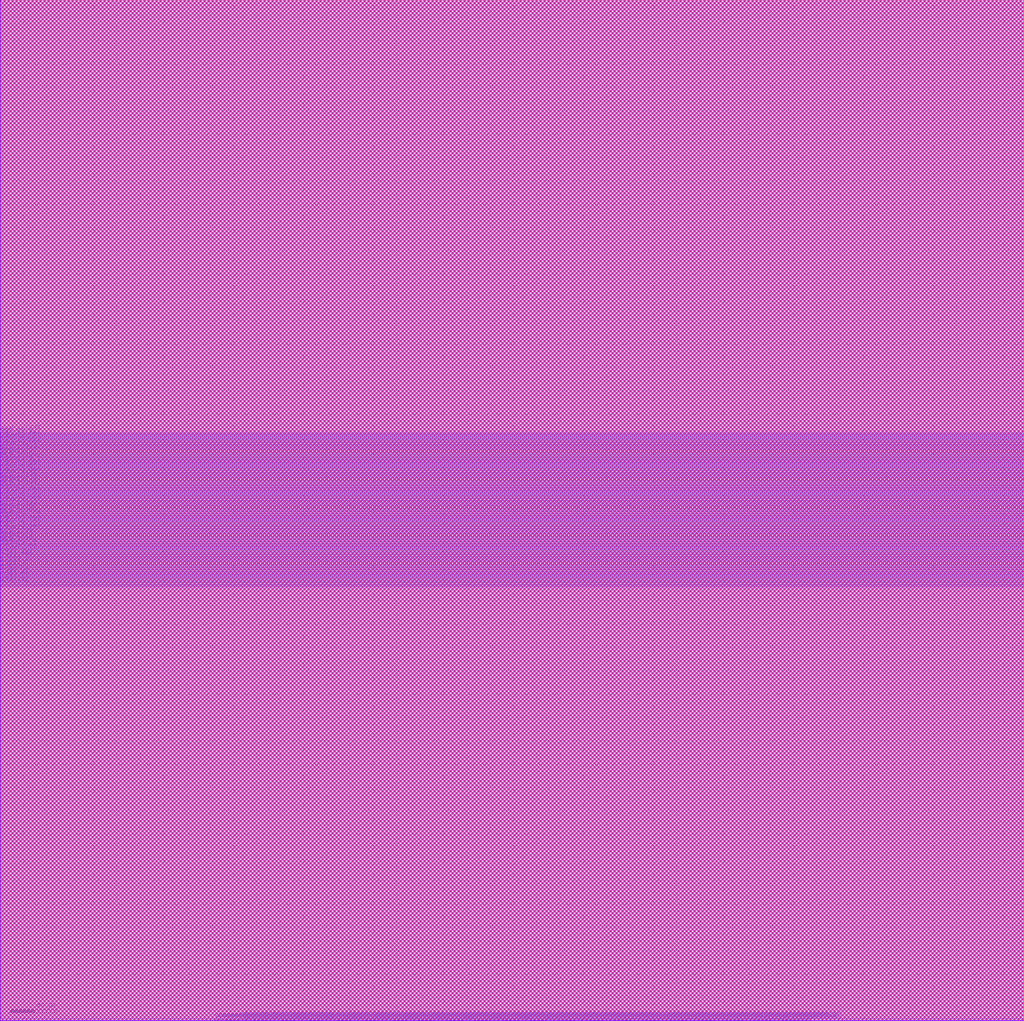
<source format=lef>
##
## LEF for PtnCells ;
## created by Innovus v15.23-s045_1 on Sun Mar  9 15:37:23 2025
##

VERSION 5.8 ;

BUSBITCHARS "[]" ;
DIVIDERCHAR "/" ;

MACRO core
  CLASS BLOCK ;
  SIZE 438.8000 BY 437.6000 ;
  FOREIGN core 0.0000 0.0000 ;
  ORIGIN 0 0 ;
  SYMMETRY X Y R90 ;
  PIN clk
    DIRECTION INPUT ;
    USE SIGNAL ;
    PORT
      LAYER M3 ;
        RECT 0.0000 200.5500 0.6000 200.6500 ;
    END
  END clk
  PIN sum_out[159]
    DIRECTION OUTPUT ;
    USE SIGNAL ;
    PORT
      LAYER M3 ;
        RECT 219.0500 0.0000 219.1500 0.6000 ;
    END
  END sum_out[159]
  PIN sum_out[158]
    DIRECTION OUTPUT ;
    USE SIGNAL ;
    PORT
      LAYER M3 ;
        RECT 218.2500 0.0000 218.3500 0.6000 ;
    END
  END sum_out[158]
  PIN sum_out[157]
    DIRECTION OUTPUT ;
    USE SIGNAL ;
    PORT
      LAYER M3 ;
        RECT 217.4500 0.0000 217.5500 0.6000 ;
    END
  END sum_out[157]
  PIN sum_out[156]
    DIRECTION OUTPUT ;
    USE SIGNAL ;
    PORT
      LAYER M3 ;
        RECT 216.6500 0.0000 216.7500 0.6000 ;
    END
  END sum_out[156]
  PIN sum_out[155]
    DIRECTION OUTPUT ;
    USE SIGNAL ;
    PORT
      LAYER M3 ;
        RECT 215.8500 0.0000 215.9500 0.6000 ;
    END
  END sum_out[155]
  PIN sum_out[154]
    DIRECTION OUTPUT ;
    USE SIGNAL ;
    PORT
      LAYER M3 ;
        RECT 215.0500 0.0000 215.1500 0.6000 ;
    END
  END sum_out[154]
  PIN sum_out[153]
    DIRECTION OUTPUT ;
    USE SIGNAL ;
    PORT
      LAYER M3 ;
        RECT 214.2500 0.0000 214.3500 0.6000 ;
    END
  END sum_out[153]
  PIN sum_out[152]
    DIRECTION OUTPUT ;
    USE SIGNAL ;
    PORT
      LAYER M3 ;
        RECT 213.4500 0.0000 213.5500 0.6000 ;
    END
  END sum_out[152]
  PIN sum_out[151]
    DIRECTION OUTPUT ;
    USE SIGNAL ;
    PORT
      LAYER M3 ;
        RECT 212.6500 0.0000 212.7500 0.6000 ;
    END
  END sum_out[151]
  PIN sum_out[150]
    DIRECTION OUTPUT ;
    USE SIGNAL ;
    PORT
      LAYER M3 ;
        RECT 211.8500 0.0000 211.9500 0.6000 ;
    END
  END sum_out[150]
  PIN sum_out[149]
    DIRECTION OUTPUT ;
    USE SIGNAL ;
    PORT
      LAYER M3 ;
        RECT 211.0500 0.0000 211.1500 0.6000 ;
    END
  END sum_out[149]
  PIN sum_out[148]
    DIRECTION OUTPUT ;
    USE SIGNAL ;
    PORT
      LAYER M3 ;
        RECT 210.2500 0.0000 210.3500 0.6000 ;
    END
  END sum_out[148]
  PIN sum_out[147]
    DIRECTION OUTPUT ;
    USE SIGNAL ;
    PORT
      LAYER M3 ;
        RECT 209.4500 0.0000 209.5500 0.6000 ;
    END
  END sum_out[147]
  PIN sum_out[146]
    DIRECTION OUTPUT ;
    USE SIGNAL ;
    PORT
      LAYER M3 ;
        RECT 208.6500 0.0000 208.7500 0.6000 ;
    END
  END sum_out[146]
  PIN sum_out[145]
    DIRECTION OUTPUT ;
    USE SIGNAL ;
    PORT
      LAYER M3 ;
        RECT 207.8500 0.0000 207.9500 0.6000 ;
    END
  END sum_out[145]
  PIN sum_out[144]
    DIRECTION OUTPUT ;
    USE SIGNAL ;
    PORT
      LAYER M3 ;
        RECT 207.0500 0.0000 207.1500 0.6000 ;
    END
  END sum_out[144]
  PIN sum_out[143]
    DIRECTION OUTPUT ;
    USE SIGNAL ;
    PORT
      LAYER M3 ;
        RECT 206.2500 0.0000 206.3500 0.6000 ;
    END
  END sum_out[143]
  PIN sum_out[142]
    DIRECTION OUTPUT ;
    USE SIGNAL ;
    PORT
      LAYER M3 ;
        RECT 205.4500 0.0000 205.5500 0.6000 ;
    END
  END sum_out[142]
  PIN sum_out[141]
    DIRECTION OUTPUT ;
    USE SIGNAL ;
    PORT
      LAYER M3 ;
        RECT 204.6500 0.0000 204.7500 0.6000 ;
    END
  END sum_out[141]
  PIN sum_out[140]
    DIRECTION OUTPUT ;
    USE SIGNAL ;
    PORT
      LAYER M3 ;
        RECT 203.8500 0.0000 203.9500 0.6000 ;
    END
  END sum_out[140]
  PIN sum_out[139]
    DIRECTION OUTPUT ;
    USE SIGNAL ;
    PORT
      LAYER M3 ;
        RECT 203.0500 0.0000 203.1500 0.6000 ;
    END
  END sum_out[139]
  PIN sum_out[138]
    DIRECTION OUTPUT ;
    USE SIGNAL ;
    PORT
      LAYER M3 ;
        RECT 202.2500 0.0000 202.3500 0.6000 ;
    END
  END sum_out[138]
  PIN sum_out[137]
    DIRECTION OUTPUT ;
    USE SIGNAL ;
    PORT
      LAYER M3 ;
        RECT 201.4500 0.0000 201.5500 0.6000 ;
    END
  END sum_out[137]
  PIN sum_out[136]
    DIRECTION OUTPUT ;
    USE SIGNAL ;
    PORT
      LAYER M3 ;
        RECT 200.6500 0.0000 200.7500 0.6000 ;
    END
  END sum_out[136]
  PIN sum_out[135]
    DIRECTION OUTPUT ;
    USE SIGNAL ;
    PORT
      LAYER M3 ;
        RECT 199.8500 0.0000 199.9500 0.6000 ;
    END
  END sum_out[135]
  PIN sum_out[134]
    DIRECTION OUTPUT ;
    USE SIGNAL ;
    PORT
      LAYER M3 ;
        RECT 199.0500 0.0000 199.1500 0.6000 ;
    END
  END sum_out[134]
  PIN sum_out[133]
    DIRECTION OUTPUT ;
    USE SIGNAL ;
    PORT
      LAYER M3 ;
        RECT 198.2500 0.0000 198.3500 0.6000 ;
    END
  END sum_out[133]
  PIN sum_out[132]
    DIRECTION OUTPUT ;
    USE SIGNAL ;
    PORT
      LAYER M3 ;
        RECT 197.4500 0.0000 197.5500 0.6000 ;
    END
  END sum_out[132]
  PIN sum_out[131]
    DIRECTION OUTPUT ;
    USE SIGNAL ;
    PORT
      LAYER M3 ;
        RECT 196.6500 0.0000 196.7500 0.6000 ;
    END
  END sum_out[131]
  PIN sum_out[130]
    DIRECTION OUTPUT ;
    USE SIGNAL ;
    PORT
      LAYER M3 ;
        RECT 195.8500 0.0000 195.9500 0.6000 ;
    END
  END sum_out[130]
  PIN sum_out[129]
    DIRECTION OUTPUT ;
    USE SIGNAL ;
    PORT
      LAYER M3 ;
        RECT 195.0500 0.0000 195.1500 0.6000 ;
    END
  END sum_out[129]
  PIN sum_out[128]
    DIRECTION OUTPUT ;
    USE SIGNAL ;
    PORT
      LAYER M3 ;
        RECT 194.2500 0.0000 194.3500 0.6000 ;
    END
  END sum_out[128]
  PIN sum_out[127]
    DIRECTION OUTPUT ;
    USE SIGNAL ;
    PORT
      LAYER M3 ;
        RECT 193.4500 0.0000 193.5500 0.6000 ;
    END
  END sum_out[127]
  PIN sum_out[126]
    DIRECTION OUTPUT ;
    USE SIGNAL ;
    PORT
      LAYER M3 ;
        RECT 192.6500 0.0000 192.7500 0.6000 ;
    END
  END sum_out[126]
  PIN sum_out[125]
    DIRECTION OUTPUT ;
    USE SIGNAL ;
    PORT
      LAYER M3 ;
        RECT 191.8500 0.0000 191.9500 0.6000 ;
    END
  END sum_out[125]
  PIN sum_out[124]
    DIRECTION OUTPUT ;
    USE SIGNAL ;
    PORT
      LAYER M3 ;
        RECT 191.0500 0.0000 191.1500 0.6000 ;
    END
  END sum_out[124]
  PIN sum_out[123]
    DIRECTION OUTPUT ;
    USE SIGNAL ;
    PORT
      LAYER M3 ;
        RECT 190.2500 0.0000 190.3500 0.6000 ;
    END
  END sum_out[123]
  PIN sum_out[122]
    DIRECTION OUTPUT ;
    USE SIGNAL ;
    PORT
      LAYER M3 ;
        RECT 189.4500 0.0000 189.5500 0.6000 ;
    END
  END sum_out[122]
  PIN sum_out[121]
    DIRECTION OUTPUT ;
    USE SIGNAL ;
    PORT
      LAYER M3 ;
        RECT 188.6500 0.0000 188.7500 0.6000 ;
    END
  END sum_out[121]
  PIN sum_out[120]
    DIRECTION OUTPUT ;
    USE SIGNAL ;
    PORT
      LAYER M3 ;
        RECT 187.8500 0.0000 187.9500 0.6000 ;
    END
  END sum_out[120]
  PIN sum_out[119]
    DIRECTION OUTPUT ;
    USE SIGNAL ;
    PORT
      LAYER M3 ;
        RECT 187.0500 0.0000 187.1500 0.6000 ;
    END
  END sum_out[119]
  PIN sum_out[118]
    DIRECTION OUTPUT ;
    USE SIGNAL ;
    PORT
      LAYER M3 ;
        RECT 186.2500 0.0000 186.3500 0.6000 ;
    END
  END sum_out[118]
  PIN sum_out[117]
    DIRECTION OUTPUT ;
    USE SIGNAL ;
    PORT
      LAYER M3 ;
        RECT 185.4500 0.0000 185.5500 0.6000 ;
    END
  END sum_out[117]
  PIN sum_out[116]
    DIRECTION OUTPUT ;
    USE SIGNAL ;
    PORT
      LAYER M3 ;
        RECT 184.6500 0.0000 184.7500 0.6000 ;
    END
  END sum_out[116]
  PIN sum_out[115]
    DIRECTION OUTPUT ;
    USE SIGNAL ;
    PORT
      LAYER M3 ;
        RECT 183.8500 0.0000 183.9500 0.6000 ;
    END
  END sum_out[115]
  PIN sum_out[114]
    DIRECTION OUTPUT ;
    USE SIGNAL ;
    PORT
      LAYER M3 ;
        RECT 183.0500 0.0000 183.1500 0.6000 ;
    END
  END sum_out[114]
  PIN sum_out[113]
    DIRECTION OUTPUT ;
    USE SIGNAL ;
    PORT
      LAYER M3 ;
        RECT 182.2500 0.0000 182.3500 0.6000 ;
    END
  END sum_out[113]
  PIN sum_out[112]
    DIRECTION OUTPUT ;
    USE SIGNAL ;
    PORT
      LAYER M3 ;
        RECT 181.4500 0.0000 181.5500 0.6000 ;
    END
  END sum_out[112]
  PIN sum_out[111]
    DIRECTION OUTPUT ;
    USE SIGNAL ;
    PORT
      LAYER M3 ;
        RECT 180.6500 0.0000 180.7500 0.6000 ;
    END
  END sum_out[111]
  PIN sum_out[110]
    DIRECTION OUTPUT ;
    USE SIGNAL ;
    PORT
      LAYER M3 ;
        RECT 179.8500 0.0000 179.9500 0.6000 ;
    END
  END sum_out[110]
  PIN sum_out[109]
    DIRECTION OUTPUT ;
    USE SIGNAL ;
    PORT
      LAYER M3 ;
        RECT 179.0500 0.0000 179.1500 0.6000 ;
    END
  END sum_out[109]
  PIN sum_out[108]
    DIRECTION OUTPUT ;
    USE SIGNAL ;
    PORT
      LAYER M3 ;
        RECT 178.2500 0.0000 178.3500 0.6000 ;
    END
  END sum_out[108]
  PIN sum_out[107]
    DIRECTION OUTPUT ;
    USE SIGNAL ;
    PORT
      LAYER M3 ;
        RECT 177.4500 0.0000 177.5500 0.6000 ;
    END
  END sum_out[107]
  PIN sum_out[106]
    DIRECTION OUTPUT ;
    USE SIGNAL ;
    PORT
      LAYER M3 ;
        RECT 176.6500 0.0000 176.7500 0.6000 ;
    END
  END sum_out[106]
  PIN sum_out[105]
    DIRECTION OUTPUT ;
    USE SIGNAL ;
    PORT
      LAYER M3 ;
        RECT 175.8500 0.0000 175.9500 0.6000 ;
    END
  END sum_out[105]
  PIN sum_out[104]
    DIRECTION OUTPUT ;
    USE SIGNAL ;
    PORT
      LAYER M3 ;
        RECT 175.0500 0.0000 175.1500 0.6000 ;
    END
  END sum_out[104]
  PIN sum_out[103]
    DIRECTION OUTPUT ;
    USE SIGNAL ;
    PORT
      LAYER M3 ;
        RECT 174.2500 0.0000 174.3500 0.6000 ;
    END
  END sum_out[103]
  PIN sum_out[102]
    DIRECTION OUTPUT ;
    USE SIGNAL ;
    PORT
      LAYER M3 ;
        RECT 173.4500 0.0000 173.5500 0.6000 ;
    END
  END sum_out[102]
  PIN sum_out[101]
    DIRECTION OUTPUT ;
    USE SIGNAL ;
    PORT
      LAYER M3 ;
        RECT 172.6500 0.0000 172.7500 0.6000 ;
    END
  END sum_out[101]
  PIN sum_out[100]
    DIRECTION OUTPUT ;
    USE SIGNAL ;
    PORT
      LAYER M3 ;
        RECT 171.8500 0.0000 171.9500 0.6000 ;
    END
  END sum_out[100]
  PIN sum_out[99]
    DIRECTION OUTPUT ;
    USE SIGNAL ;
    PORT
      LAYER M3 ;
        RECT 171.0500 0.0000 171.1500 0.6000 ;
    END
  END sum_out[99]
  PIN sum_out[98]
    DIRECTION OUTPUT ;
    USE SIGNAL ;
    PORT
      LAYER M3 ;
        RECT 170.2500 0.0000 170.3500 0.6000 ;
    END
  END sum_out[98]
  PIN sum_out[97]
    DIRECTION OUTPUT ;
    USE SIGNAL ;
    PORT
      LAYER M3 ;
        RECT 169.4500 0.0000 169.5500 0.6000 ;
    END
  END sum_out[97]
  PIN sum_out[96]
    DIRECTION OUTPUT ;
    USE SIGNAL ;
    PORT
      LAYER M3 ;
        RECT 168.6500 0.0000 168.7500 0.6000 ;
    END
  END sum_out[96]
  PIN sum_out[95]
    DIRECTION OUTPUT ;
    USE SIGNAL ;
    PORT
      LAYER M3 ;
        RECT 167.8500 0.0000 167.9500 0.6000 ;
    END
  END sum_out[95]
  PIN sum_out[94]
    DIRECTION OUTPUT ;
    USE SIGNAL ;
    PORT
      LAYER M3 ;
        RECT 167.0500 0.0000 167.1500 0.6000 ;
    END
  END sum_out[94]
  PIN sum_out[93]
    DIRECTION OUTPUT ;
    USE SIGNAL ;
    PORT
      LAYER M3 ;
        RECT 166.2500 0.0000 166.3500 0.6000 ;
    END
  END sum_out[93]
  PIN sum_out[92]
    DIRECTION OUTPUT ;
    USE SIGNAL ;
    PORT
      LAYER M3 ;
        RECT 165.4500 0.0000 165.5500 0.6000 ;
    END
  END sum_out[92]
  PIN sum_out[91]
    DIRECTION OUTPUT ;
    USE SIGNAL ;
    PORT
      LAYER M3 ;
        RECT 164.6500 0.0000 164.7500 0.6000 ;
    END
  END sum_out[91]
  PIN sum_out[90]
    DIRECTION OUTPUT ;
    USE SIGNAL ;
    PORT
      LAYER M3 ;
        RECT 163.8500 0.0000 163.9500 0.6000 ;
    END
  END sum_out[90]
  PIN sum_out[89]
    DIRECTION OUTPUT ;
    USE SIGNAL ;
    PORT
      LAYER M3 ;
        RECT 163.0500 0.0000 163.1500 0.6000 ;
    END
  END sum_out[89]
  PIN sum_out[88]
    DIRECTION OUTPUT ;
    USE SIGNAL ;
    PORT
      LAYER M3 ;
        RECT 162.2500 0.0000 162.3500 0.6000 ;
    END
  END sum_out[88]
  PIN sum_out[87]
    DIRECTION OUTPUT ;
    USE SIGNAL ;
    PORT
      LAYER M3 ;
        RECT 161.4500 0.0000 161.5500 0.6000 ;
    END
  END sum_out[87]
  PIN sum_out[86]
    DIRECTION OUTPUT ;
    USE SIGNAL ;
    PORT
      LAYER M3 ;
        RECT 160.6500 0.0000 160.7500 0.6000 ;
    END
  END sum_out[86]
  PIN sum_out[85]
    DIRECTION OUTPUT ;
    USE SIGNAL ;
    PORT
      LAYER M3 ;
        RECT 159.8500 0.0000 159.9500 0.6000 ;
    END
  END sum_out[85]
  PIN sum_out[84]
    DIRECTION OUTPUT ;
    USE SIGNAL ;
    PORT
      LAYER M3 ;
        RECT 159.0500 0.0000 159.1500 0.6000 ;
    END
  END sum_out[84]
  PIN sum_out[83]
    DIRECTION OUTPUT ;
    USE SIGNAL ;
    PORT
      LAYER M3 ;
        RECT 158.2500 0.0000 158.3500 0.6000 ;
    END
  END sum_out[83]
  PIN sum_out[82]
    DIRECTION OUTPUT ;
    USE SIGNAL ;
    PORT
      LAYER M3 ;
        RECT 157.4500 0.0000 157.5500 0.6000 ;
    END
  END sum_out[82]
  PIN sum_out[81]
    DIRECTION OUTPUT ;
    USE SIGNAL ;
    PORT
      LAYER M3 ;
        RECT 156.6500 0.0000 156.7500 0.6000 ;
    END
  END sum_out[81]
  PIN sum_out[80]
    DIRECTION OUTPUT ;
    USE SIGNAL ;
    PORT
      LAYER M3 ;
        RECT 155.8500 0.0000 155.9500 0.6000 ;
    END
  END sum_out[80]
  PIN sum_out[79]
    DIRECTION OUTPUT ;
    USE SIGNAL ;
    PORT
      LAYER M3 ;
        RECT 155.0500 0.0000 155.1500 0.6000 ;
    END
  END sum_out[79]
  PIN sum_out[78]
    DIRECTION OUTPUT ;
    USE SIGNAL ;
    PORT
      LAYER M3 ;
        RECT 154.2500 0.0000 154.3500 0.6000 ;
    END
  END sum_out[78]
  PIN sum_out[77]
    DIRECTION OUTPUT ;
    USE SIGNAL ;
    PORT
      LAYER M3 ;
        RECT 153.4500 0.0000 153.5500 0.6000 ;
    END
  END sum_out[77]
  PIN sum_out[76]
    DIRECTION OUTPUT ;
    USE SIGNAL ;
    PORT
      LAYER M3 ;
        RECT 152.6500 0.0000 152.7500 0.6000 ;
    END
  END sum_out[76]
  PIN sum_out[75]
    DIRECTION OUTPUT ;
    USE SIGNAL ;
    PORT
      LAYER M3 ;
        RECT 151.8500 0.0000 151.9500 0.6000 ;
    END
  END sum_out[75]
  PIN sum_out[74]
    DIRECTION OUTPUT ;
    USE SIGNAL ;
    PORT
      LAYER M3 ;
        RECT 151.0500 0.0000 151.1500 0.6000 ;
    END
  END sum_out[74]
  PIN sum_out[73]
    DIRECTION OUTPUT ;
    USE SIGNAL ;
    PORT
      LAYER M3 ;
        RECT 150.2500 0.0000 150.3500 0.6000 ;
    END
  END sum_out[73]
  PIN sum_out[72]
    DIRECTION OUTPUT ;
    USE SIGNAL ;
    PORT
      LAYER M3 ;
        RECT 149.4500 0.0000 149.5500 0.6000 ;
    END
  END sum_out[72]
  PIN sum_out[71]
    DIRECTION OUTPUT ;
    USE SIGNAL ;
    PORT
      LAYER M3 ;
        RECT 148.6500 0.0000 148.7500 0.6000 ;
    END
  END sum_out[71]
  PIN sum_out[70]
    DIRECTION OUTPUT ;
    USE SIGNAL ;
    PORT
      LAYER M3 ;
        RECT 147.8500 0.0000 147.9500 0.6000 ;
    END
  END sum_out[70]
  PIN sum_out[69]
    DIRECTION OUTPUT ;
    USE SIGNAL ;
    PORT
      LAYER M3 ;
        RECT 147.0500 0.0000 147.1500 0.6000 ;
    END
  END sum_out[69]
  PIN sum_out[68]
    DIRECTION OUTPUT ;
    USE SIGNAL ;
    PORT
      LAYER M3 ;
        RECT 146.2500 0.0000 146.3500 0.6000 ;
    END
  END sum_out[68]
  PIN sum_out[67]
    DIRECTION OUTPUT ;
    USE SIGNAL ;
    PORT
      LAYER M3 ;
        RECT 145.4500 0.0000 145.5500 0.6000 ;
    END
  END sum_out[67]
  PIN sum_out[66]
    DIRECTION OUTPUT ;
    USE SIGNAL ;
    PORT
      LAYER M3 ;
        RECT 144.6500 0.0000 144.7500 0.6000 ;
    END
  END sum_out[66]
  PIN sum_out[65]
    DIRECTION OUTPUT ;
    USE SIGNAL ;
    PORT
      LAYER M3 ;
        RECT 143.8500 0.0000 143.9500 0.6000 ;
    END
  END sum_out[65]
  PIN sum_out[64]
    DIRECTION OUTPUT ;
    USE SIGNAL ;
    PORT
      LAYER M3 ;
        RECT 143.0500 0.0000 143.1500 0.6000 ;
    END
  END sum_out[64]
  PIN sum_out[63]
    DIRECTION OUTPUT ;
    USE SIGNAL ;
    PORT
      LAYER M3 ;
        RECT 142.2500 0.0000 142.3500 0.6000 ;
    END
  END sum_out[63]
  PIN sum_out[62]
    DIRECTION OUTPUT ;
    USE SIGNAL ;
    PORT
      LAYER M3 ;
        RECT 141.4500 0.0000 141.5500 0.6000 ;
    END
  END sum_out[62]
  PIN sum_out[61]
    DIRECTION OUTPUT ;
    USE SIGNAL ;
    PORT
      LAYER M3 ;
        RECT 140.6500 0.0000 140.7500 0.6000 ;
    END
  END sum_out[61]
  PIN sum_out[60]
    DIRECTION OUTPUT ;
    USE SIGNAL ;
    PORT
      LAYER M3 ;
        RECT 139.8500 0.0000 139.9500 0.6000 ;
    END
  END sum_out[60]
  PIN sum_out[59]
    DIRECTION OUTPUT ;
    USE SIGNAL ;
    PORT
      LAYER M3 ;
        RECT 139.0500 0.0000 139.1500 0.6000 ;
    END
  END sum_out[59]
  PIN sum_out[58]
    DIRECTION OUTPUT ;
    USE SIGNAL ;
    PORT
      LAYER M3 ;
        RECT 138.2500 0.0000 138.3500 0.6000 ;
    END
  END sum_out[58]
  PIN sum_out[57]
    DIRECTION OUTPUT ;
    USE SIGNAL ;
    PORT
      LAYER M3 ;
        RECT 137.4500 0.0000 137.5500 0.6000 ;
    END
  END sum_out[57]
  PIN sum_out[56]
    DIRECTION OUTPUT ;
    USE SIGNAL ;
    PORT
      LAYER M3 ;
        RECT 136.6500 0.0000 136.7500 0.6000 ;
    END
  END sum_out[56]
  PIN sum_out[55]
    DIRECTION OUTPUT ;
    USE SIGNAL ;
    PORT
      LAYER M3 ;
        RECT 135.8500 0.0000 135.9500 0.6000 ;
    END
  END sum_out[55]
  PIN sum_out[54]
    DIRECTION OUTPUT ;
    USE SIGNAL ;
    PORT
      LAYER M3 ;
        RECT 135.0500 0.0000 135.1500 0.6000 ;
    END
  END sum_out[54]
  PIN sum_out[53]
    DIRECTION OUTPUT ;
    USE SIGNAL ;
    PORT
      LAYER M3 ;
        RECT 134.2500 0.0000 134.3500 0.6000 ;
    END
  END sum_out[53]
  PIN sum_out[52]
    DIRECTION OUTPUT ;
    USE SIGNAL ;
    PORT
      LAYER M3 ;
        RECT 133.4500 0.0000 133.5500 0.6000 ;
    END
  END sum_out[52]
  PIN sum_out[51]
    DIRECTION OUTPUT ;
    USE SIGNAL ;
    PORT
      LAYER M3 ;
        RECT 132.6500 0.0000 132.7500 0.6000 ;
    END
  END sum_out[51]
  PIN sum_out[50]
    DIRECTION OUTPUT ;
    USE SIGNAL ;
    PORT
      LAYER M3 ;
        RECT 131.8500 0.0000 131.9500 0.6000 ;
    END
  END sum_out[50]
  PIN sum_out[49]
    DIRECTION OUTPUT ;
    USE SIGNAL ;
    PORT
      LAYER M3 ;
        RECT 131.0500 0.0000 131.1500 0.6000 ;
    END
  END sum_out[49]
  PIN sum_out[48]
    DIRECTION OUTPUT ;
    USE SIGNAL ;
    PORT
      LAYER M3 ;
        RECT 130.2500 0.0000 130.3500 0.6000 ;
    END
  END sum_out[48]
  PIN sum_out[47]
    DIRECTION OUTPUT ;
    USE SIGNAL ;
    PORT
      LAYER M3 ;
        RECT 129.4500 0.0000 129.5500 0.6000 ;
    END
  END sum_out[47]
  PIN sum_out[46]
    DIRECTION OUTPUT ;
    USE SIGNAL ;
    PORT
      LAYER M3 ;
        RECT 128.6500 0.0000 128.7500 0.6000 ;
    END
  END sum_out[46]
  PIN sum_out[45]
    DIRECTION OUTPUT ;
    USE SIGNAL ;
    PORT
      LAYER M3 ;
        RECT 127.8500 0.0000 127.9500 0.6000 ;
    END
  END sum_out[45]
  PIN sum_out[44]
    DIRECTION OUTPUT ;
    USE SIGNAL ;
    PORT
      LAYER M3 ;
        RECT 127.0500 0.0000 127.1500 0.6000 ;
    END
  END sum_out[44]
  PIN sum_out[43]
    DIRECTION OUTPUT ;
    USE SIGNAL ;
    PORT
      LAYER M3 ;
        RECT 126.2500 0.0000 126.3500 0.6000 ;
    END
  END sum_out[43]
  PIN sum_out[42]
    DIRECTION OUTPUT ;
    USE SIGNAL ;
    PORT
      LAYER M3 ;
        RECT 125.4500 0.0000 125.5500 0.6000 ;
    END
  END sum_out[42]
  PIN sum_out[41]
    DIRECTION OUTPUT ;
    USE SIGNAL ;
    PORT
      LAYER M3 ;
        RECT 124.6500 0.0000 124.7500 0.6000 ;
    END
  END sum_out[41]
  PIN sum_out[40]
    DIRECTION OUTPUT ;
    USE SIGNAL ;
    PORT
      LAYER M3 ;
        RECT 123.8500 0.0000 123.9500 0.6000 ;
    END
  END sum_out[40]
  PIN sum_out[39]
    DIRECTION OUTPUT ;
    USE SIGNAL ;
    PORT
      LAYER M3 ;
        RECT 123.0500 0.0000 123.1500 0.6000 ;
    END
  END sum_out[39]
  PIN sum_out[38]
    DIRECTION OUTPUT ;
    USE SIGNAL ;
    PORT
      LAYER M3 ;
        RECT 122.2500 0.0000 122.3500 0.6000 ;
    END
  END sum_out[38]
  PIN sum_out[37]
    DIRECTION OUTPUT ;
    USE SIGNAL ;
    PORT
      LAYER M3 ;
        RECT 121.4500 0.0000 121.5500 0.6000 ;
    END
  END sum_out[37]
  PIN sum_out[36]
    DIRECTION OUTPUT ;
    USE SIGNAL ;
    PORT
      LAYER M3 ;
        RECT 120.6500 0.0000 120.7500 0.6000 ;
    END
  END sum_out[36]
  PIN sum_out[35]
    DIRECTION OUTPUT ;
    USE SIGNAL ;
    PORT
      LAYER M3 ;
        RECT 119.8500 0.0000 119.9500 0.6000 ;
    END
  END sum_out[35]
  PIN sum_out[34]
    DIRECTION OUTPUT ;
    USE SIGNAL ;
    PORT
      LAYER M3 ;
        RECT 119.0500 0.0000 119.1500 0.6000 ;
    END
  END sum_out[34]
  PIN sum_out[33]
    DIRECTION OUTPUT ;
    USE SIGNAL ;
    PORT
      LAYER M3 ;
        RECT 118.2500 0.0000 118.3500 0.6000 ;
    END
  END sum_out[33]
  PIN sum_out[32]
    DIRECTION OUTPUT ;
    USE SIGNAL ;
    PORT
      LAYER M3 ;
        RECT 117.4500 0.0000 117.5500 0.6000 ;
    END
  END sum_out[32]
  PIN sum_out[31]
    DIRECTION OUTPUT ;
    USE SIGNAL ;
    PORT
      LAYER M3 ;
        RECT 116.6500 0.0000 116.7500 0.6000 ;
    END
  END sum_out[31]
  PIN sum_out[30]
    DIRECTION OUTPUT ;
    USE SIGNAL ;
    PORT
      LAYER M3 ;
        RECT 115.8500 0.0000 115.9500 0.6000 ;
    END
  END sum_out[30]
  PIN sum_out[29]
    DIRECTION OUTPUT ;
    USE SIGNAL ;
    PORT
      LAYER M3 ;
        RECT 115.0500 0.0000 115.1500 0.6000 ;
    END
  END sum_out[29]
  PIN sum_out[28]
    DIRECTION OUTPUT ;
    USE SIGNAL ;
    PORT
      LAYER M3 ;
        RECT 114.2500 0.0000 114.3500 0.6000 ;
    END
  END sum_out[28]
  PIN sum_out[27]
    DIRECTION OUTPUT ;
    USE SIGNAL ;
    PORT
      LAYER M3 ;
        RECT 113.4500 0.0000 113.5500 0.6000 ;
    END
  END sum_out[27]
  PIN sum_out[26]
    DIRECTION OUTPUT ;
    USE SIGNAL ;
    PORT
      LAYER M3 ;
        RECT 112.6500 0.0000 112.7500 0.6000 ;
    END
  END sum_out[26]
  PIN sum_out[25]
    DIRECTION OUTPUT ;
    USE SIGNAL ;
    PORT
      LAYER M3 ;
        RECT 111.8500 0.0000 111.9500 0.6000 ;
    END
  END sum_out[25]
  PIN sum_out[24]
    DIRECTION OUTPUT ;
    USE SIGNAL ;
    PORT
      LAYER M3 ;
        RECT 111.0500 0.0000 111.1500 0.6000 ;
    END
  END sum_out[24]
  PIN sum_out[23]
    DIRECTION OUTPUT ;
    USE SIGNAL ;
    PORT
      LAYER M3 ;
        RECT 110.2500 0.0000 110.3500 0.6000 ;
    END
  END sum_out[23]
  PIN sum_out[22]
    DIRECTION OUTPUT ;
    USE SIGNAL ;
    PORT
      LAYER M3 ;
        RECT 109.4500 0.0000 109.5500 0.6000 ;
    END
  END sum_out[22]
  PIN sum_out[21]
    DIRECTION OUTPUT ;
    USE SIGNAL ;
    PORT
      LAYER M3 ;
        RECT 108.6500 0.0000 108.7500 0.6000 ;
    END
  END sum_out[21]
  PIN sum_out[20]
    DIRECTION OUTPUT ;
    USE SIGNAL ;
    PORT
      LAYER M3 ;
        RECT 107.8500 0.0000 107.9500 0.6000 ;
    END
  END sum_out[20]
  PIN sum_out[19]
    DIRECTION OUTPUT ;
    USE SIGNAL ;
    PORT
      LAYER M3 ;
        RECT 107.0500 0.0000 107.1500 0.6000 ;
    END
  END sum_out[19]
  PIN sum_out[18]
    DIRECTION OUTPUT ;
    USE SIGNAL ;
    PORT
      LAYER M3 ;
        RECT 106.2500 0.0000 106.3500 0.6000 ;
    END
  END sum_out[18]
  PIN sum_out[17]
    DIRECTION OUTPUT ;
    USE SIGNAL ;
    PORT
      LAYER M3 ;
        RECT 105.4500 0.0000 105.5500 0.6000 ;
    END
  END sum_out[17]
  PIN sum_out[16]
    DIRECTION OUTPUT ;
    USE SIGNAL ;
    PORT
      LAYER M3 ;
        RECT 104.6500 0.0000 104.7500 0.6000 ;
    END
  END sum_out[16]
  PIN sum_out[15]
    DIRECTION OUTPUT ;
    USE SIGNAL ;
    PORT
      LAYER M3 ;
        RECT 103.8500 0.0000 103.9500 0.6000 ;
    END
  END sum_out[15]
  PIN sum_out[14]
    DIRECTION OUTPUT ;
    USE SIGNAL ;
    PORT
      LAYER M3 ;
        RECT 103.0500 0.0000 103.1500 0.6000 ;
    END
  END sum_out[14]
  PIN sum_out[13]
    DIRECTION OUTPUT ;
    USE SIGNAL ;
    PORT
      LAYER M3 ;
        RECT 102.2500 0.0000 102.3500 0.6000 ;
    END
  END sum_out[13]
  PIN sum_out[12]
    DIRECTION OUTPUT ;
    USE SIGNAL ;
    PORT
      LAYER M3 ;
        RECT 101.4500 0.0000 101.5500 0.6000 ;
    END
  END sum_out[12]
  PIN sum_out[11]
    DIRECTION OUTPUT ;
    USE SIGNAL ;
    PORT
      LAYER M3 ;
        RECT 100.6500 0.0000 100.7500 0.6000 ;
    END
  END sum_out[11]
  PIN sum_out[10]
    DIRECTION OUTPUT ;
    USE SIGNAL ;
    PORT
      LAYER M3 ;
        RECT 99.8500 0.0000 99.9500 0.6000 ;
    END
  END sum_out[10]
  PIN sum_out[9]
    DIRECTION OUTPUT ;
    USE SIGNAL ;
    PORT
      LAYER M3 ;
        RECT 99.0500 0.0000 99.1500 0.6000 ;
    END
  END sum_out[9]
  PIN sum_out[8]
    DIRECTION OUTPUT ;
    USE SIGNAL ;
    PORT
      LAYER M3 ;
        RECT 98.2500 0.0000 98.3500 0.6000 ;
    END
  END sum_out[8]
  PIN sum_out[7]
    DIRECTION OUTPUT ;
    USE SIGNAL ;
    PORT
      LAYER M3 ;
        RECT 97.4500 0.0000 97.5500 0.6000 ;
    END
  END sum_out[7]
  PIN sum_out[6]
    DIRECTION OUTPUT ;
    USE SIGNAL ;
    PORT
      LAYER M3 ;
        RECT 96.6500 0.0000 96.7500 0.6000 ;
    END
  END sum_out[6]
  PIN sum_out[5]
    DIRECTION OUTPUT ;
    USE SIGNAL ;
    PORT
      LAYER M3 ;
        RECT 95.8500 0.0000 95.9500 0.6000 ;
    END
  END sum_out[5]
  PIN sum_out[4]
    DIRECTION OUTPUT ;
    USE SIGNAL ;
    PORT
      LAYER M3 ;
        RECT 95.0500 0.0000 95.1500 0.6000 ;
    END
  END sum_out[4]
  PIN sum_out[3]
    DIRECTION OUTPUT ;
    USE SIGNAL ;
    PORT
      LAYER M3 ;
        RECT 94.2500 0.0000 94.3500 0.6000 ;
    END
  END sum_out[3]
  PIN sum_out[2]
    DIRECTION OUTPUT ;
    USE SIGNAL ;
    PORT
      LAYER M3 ;
        RECT 93.4500 0.0000 93.5500 0.6000 ;
    END
  END sum_out[2]
  PIN sum_out[1]
    DIRECTION OUTPUT ;
    USE SIGNAL ;
    PORT
      LAYER M3 ;
        RECT 92.6500 0.0000 92.7500 0.6000 ;
    END
  END sum_out[1]
  PIN sum_out[0]
    DIRECTION OUTPUT ;
    USE SIGNAL ;
    PORT
      LAYER M3 ;
        RECT 91.8500 0.0000 91.9500 0.6000 ;
    END
  END sum_out[0]
  PIN mem_in[63]
    DIRECTION INPUT ;
    USE SIGNAL ;
    PORT
      LAYER M3 ;
        RECT 0.0000 251.7500 0.6000 251.8500 ;
    END
  END mem_in[63]
  PIN mem_in[62]
    DIRECTION INPUT ;
    USE SIGNAL ;
    PORT
      LAYER M3 ;
        RECT 0.0000 250.9500 0.6000 251.0500 ;
    END
  END mem_in[62]
  PIN mem_in[61]
    DIRECTION INPUT ;
    USE SIGNAL ;
    PORT
      LAYER M3 ;
        RECT 0.0000 250.1500 0.6000 250.2500 ;
    END
  END mem_in[61]
  PIN mem_in[60]
    DIRECTION INPUT ;
    USE SIGNAL ;
    PORT
      LAYER M3 ;
        RECT 0.0000 249.3500 0.6000 249.4500 ;
    END
  END mem_in[60]
  PIN mem_in[59]
    DIRECTION INPUT ;
    USE SIGNAL ;
    PORT
      LAYER M3 ;
        RECT 0.0000 248.5500 0.6000 248.6500 ;
    END
  END mem_in[59]
  PIN mem_in[58]
    DIRECTION INPUT ;
    USE SIGNAL ;
    PORT
      LAYER M3 ;
        RECT 0.0000 247.7500 0.6000 247.8500 ;
    END
  END mem_in[58]
  PIN mem_in[57]
    DIRECTION INPUT ;
    USE SIGNAL ;
    PORT
      LAYER M3 ;
        RECT 0.0000 246.9500 0.6000 247.0500 ;
    END
  END mem_in[57]
  PIN mem_in[56]
    DIRECTION INPUT ;
    USE SIGNAL ;
    PORT
      LAYER M3 ;
        RECT 0.0000 246.1500 0.6000 246.2500 ;
    END
  END mem_in[56]
  PIN mem_in[55]
    DIRECTION INPUT ;
    USE SIGNAL ;
    PORT
      LAYER M3 ;
        RECT 0.0000 245.3500 0.6000 245.4500 ;
    END
  END mem_in[55]
  PIN mem_in[54]
    DIRECTION INPUT ;
    USE SIGNAL ;
    PORT
      LAYER M3 ;
        RECT 0.0000 244.5500 0.6000 244.6500 ;
    END
  END mem_in[54]
  PIN mem_in[53]
    DIRECTION INPUT ;
    USE SIGNAL ;
    PORT
      LAYER M3 ;
        RECT 0.0000 243.7500 0.6000 243.8500 ;
    END
  END mem_in[53]
  PIN mem_in[52]
    DIRECTION INPUT ;
    USE SIGNAL ;
    PORT
      LAYER M3 ;
        RECT 0.0000 242.9500 0.6000 243.0500 ;
    END
  END mem_in[52]
  PIN mem_in[51]
    DIRECTION INPUT ;
    USE SIGNAL ;
    PORT
      LAYER M3 ;
        RECT 0.0000 242.1500 0.6000 242.2500 ;
    END
  END mem_in[51]
  PIN mem_in[50]
    DIRECTION INPUT ;
    USE SIGNAL ;
    PORT
      LAYER M3 ;
        RECT 0.0000 241.3500 0.6000 241.4500 ;
    END
  END mem_in[50]
  PIN mem_in[49]
    DIRECTION INPUT ;
    USE SIGNAL ;
    PORT
      LAYER M3 ;
        RECT 0.0000 240.5500 0.6000 240.6500 ;
    END
  END mem_in[49]
  PIN mem_in[48]
    DIRECTION INPUT ;
    USE SIGNAL ;
    PORT
      LAYER M3 ;
        RECT 0.0000 239.7500 0.6000 239.8500 ;
    END
  END mem_in[48]
  PIN mem_in[47]
    DIRECTION INPUT ;
    USE SIGNAL ;
    PORT
      LAYER M3 ;
        RECT 0.0000 238.9500 0.6000 239.0500 ;
    END
  END mem_in[47]
  PIN mem_in[46]
    DIRECTION INPUT ;
    USE SIGNAL ;
    PORT
      LAYER M3 ;
        RECT 0.0000 238.1500 0.6000 238.2500 ;
    END
  END mem_in[46]
  PIN mem_in[45]
    DIRECTION INPUT ;
    USE SIGNAL ;
    PORT
      LAYER M3 ;
        RECT 0.0000 237.3500 0.6000 237.4500 ;
    END
  END mem_in[45]
  PIN mem_in[44]
    DIRECTION INPUT ;
    USE SIGNAL ;
    PORT
      LAYER M3 ;
        RECT 0.0000 236.5500 0.6000 236.6500 ;
    END
  END mem_in[44]
  PIN mem_in[43]
    DIRECTION INPUT ;
    USE SIGNAL ;
    PORT
      LAYER M3 ;
        RECT 0.0000 235.7500 0.6000 235.8500 ;
    END
  END mem_in[43]
  PIN mem_in[42]
    DIRECTION INPUT ;
    USE SIGNAL ;
    PORT
      LAYER M3 ;
        RECT 0.0000 234.9500 0.6000 235.0500 ;
    END
  END mem_in[42]
  PIN mem_in[41]
    DIRECTION INPUT ;
    USE SIGNAL ;
    PORT
      LAYER M3 ;
        RECT 0.0000 234.1500 0.6000 234.2500 ;
    END
  END mem_in[41]
  PIN mem_in[40]
    DIRECTION INPUT ;
    USE SIGNAL ;
    PORT
      LAYER M3 ;
        RECT 0.0000 233.3500 0.6000 233.4500 ;
    END
  END mem_in[40]
  PIN mem_in[39]
    DIRECTION INPUT ;
    USE SIGNAL ;
    PORT
      LAYER M3 ;
        RECT 0.0000 232.5500 0.6000 232.6500 ;
    END
  END mem_in[39]
  PIN mem_in[38]
    DIRECTION INPUT ;
    USE SIGNAL ;
    PORT
      LAYER M3 ;
        RECT 0.0000 231.7500 0.6000 231.8500 ;
    END
  END mem_in[38]
  PIN mem_in[37]
    DIRECTION INPUT ;
    USE SIGNAL ;
    PORT
      LAYER M3 ;
        RECT 0.0000 230.9500 0.6000 231.0500 ;
    END
  END mem_in[37]
  PIN mem_in[36]
    DIRECTION INPUT ;
    USE SIGNAL ;
    PORT
      LAYER M3 ;
        RECT 0.0000 230.1500 0.6000 230.2500 ;
    END
  END mem_in[36]
  PIN mem_in[35]
    DIRECTION INPUT ;
    USE SIGNAL ;
    PORT
      LAYER M3 ;
        RECT 0.0000 229.3500 0.6000 229.4500 ;
    END
  END mem_in[35]
  PIN mem_in[34]
    DIRECTION INPUT ;
    USE SIGNAL ;
    PORT
      LAYER M3 ;
        RECT 0.0000 228.5500 0.6000 228.6500 ;
    END
  END mem_in[34]
  PIN mem_in[33]
    DIRECTION INPUT ;
    USE SIGNAL ;
    PORT
      LAYER M3 ;
        RECT 0.0000 227.7500 0.6000 227.8500 ;
    END
  END mem_in[33]
  PIN mem_in[32]
    DIRECTION INPUT ;
    USE SIGNAL ;
    PORT
      LAYER M3 ;
        RECT 0.0000 226.9500 0.6000 227.0500 ;
    END
  END mem_in[32]
  PIN mem_in[31]
    DIRECTION INPUT ;
    USE SIGNAL ;
    PORT
      LAYER M3 ;
        RECT 0.0000 226.1500 0.6000 226.2500 ;
    END
  END mem_in[31]
  PIN mem_in[30]
    DIRECTION INPUT ;
    USE SIGNAL ;
    PORT
      LAYER M3 ;
        RECT 0.0000 225.3500 0.6000 225.4500 ;
    END
  END mem_in[30]
  PIN mem_in[29]
    DIRECTION INPUT ;
    USE SIGNAL ;
    PORT
      LAYER M3 ;
        RECT 0.0000 224.5500 0.6000 224.6500 ;
    END
  END mem_in[29]
  PIN mem_in[28]
    DIRECTION INPUT ;
    USE SIGNAL ;
    PORT
      LAYER M3 ;
        RECT 0.0000 223.7500 0.6000 223.8500 ;
    END
  END mem_in[28]
  PIN mem_in[27]
    DIRECTION INPUT ;
    USE SIGNAL ;
    PORT
      LAYER M3 ;
        RECT 0.0000 222.9500 0.6000 223.0500 ;
    END
  END mem_in[27]
  PIN mem_in[26]
    DIRECTION INPUT ;
    USE SIGNAL ;
    PORT
      LAYER M3 ;
        RECT 0.0000 222.1500 0.6000 222.2500 ;
    END
  END mem_in[26]
  PIN mem_in[25]
    DIRECTION INPUT ;
    USE SIGNAL ;
    PORT
      LAYER M3 ;
        RECT 0.0000 221.3500 0.6000 221.4500 ;
    END
  END mem_in[25]
  PIN mem_in[24]
    DIRECTION INPUT ;
    USE SIGNAL ;
    PORT
      LAYER M3 ;
        RECT 0.0000 220.5500 0.6000 220.6500 ;
    END
  END mem_in[24]
  PIN mem_in[23]
    DIRECTION INPUT ;
    USE SIGNAL ;
    PORT
      LAYER M3 ;
        RECT 0.0000 219.7500 0.6000 219.8500 ;
    END
  END mem_in[23]
  PIN mem_in[22]
    DIRECTION INPUT ;
    USE SIGNAL ;
    PORT
      LAYER M3 ;
        RECT 0.0000 218.9500 0.6000 219.0500 ;
    END
  END mem_in[22]
  PIN mem_in[21]
    DIRECTION INPUT ;
    USE SIGNAL ;
    PORT
      LAYER M3 ;
        RECT 0.0000 218.1500 0.6000 218.2500 ;
    END
  END mem_in[21]
  PIN mem_in[20]
    DIRECTION INPUT ;
    USE SIGNAL ;
    PORT
      LAYER M3 ;
        RECT 0.0000 217.3500 0.6000 217.4500 ;
    END
  END mem_in[20]
  PIN mem_in[19]
    DIRECTION INPUT ;
    USE SIGNAL ;
    PORT
      LAYER M3 ;
        RECT 0.0000 216.5500 0.6000 216.6500 ;
    END
  END mem_in[19]
  PIN mem_in[18]
    DIRECTION INPUT ;
    USE SIGNAL ;
    PORT
      LAYER M3 ;
        RECT 0.0000 215.7500 0.6000 215.8500 ;
    END
  END mem_in[18]
  PIN mem_in[17]
    DIRECTION INPUT ;
    USE SIGNAL ;
    PORT
      LAYER M3 ;
        RECT 0.0000 214.9500 0.6000 215.0500 ;
    END
  END mem_in[17]
  PIN mem_in[16]
    DIRECTION INPUT ;
    USE SIGNAL ;
    PORT
      LAYER M3 ;
        RECT 0.0000 214.1500 0.6000 214.2500 ;
    END
  END mem_in[16]
  PIN mem_in[15]
    DIRECTION INPUT ;
    USE SIGNAL ;
    PORT
      LAYER M3 ;
        RECT 0.0000 213.3500 0.6000 213.4500 ;
    END
  END mem_in[15]
  PIN mem_in[14]
    DIRECTION INPUT ;
    USE SIGNAL ;
    PORT
      LAYER M3 ;
        RECT 0.0000 212.5500 0.6000 212.6500 ;
    END
  END mem_in[14]
  PIN mem_in[13]
    DIRECTION INPUT ;
    USE SIGNAL ;
    PORT
      LAYER M3 ;
        RECT 0.0000 211.7500 0.6000 211.8500 ;
    END
  END mem_in[13]
  PIN mem_in[12]
    DIRECTION INPUT ;
    USE SIGNAL ;
    PORT
      LAYER M3 ;
        RECT 0.0000 210.9500 0.6000 211.0500 ;
    END
  END mem_in[12]
  PIN mem_in[11]
    DIRECTION INPUT ;
    USE SIGNAL ;
    PORT
      LAYER M3 ;
        RECT 0.0000 210.1500 0.6000 210.2500 ;
    END
  END mem_in[11]
  PIN mem_in[10]
    DIRECTION INPUT ;
    USE SIGNAL ;
    PORT
      LAYER M3 ;
        RECT 0.0000 209.3500 0.6000 209.4500 ;
    END
  END mem_in[10]
  PIN mem_in[9]
    DIRECTION INPUT ;
    USE SIGNAL ;
    PORT
      LAYER M3 ;
        RECT 0.0000 208.5500 0.6000 208.6500 ;
    END
  END mem_in[9]
  PIN mem_in[8]
    DIRECTION INPUT ;
    USE SIGNAL ;
    PORT
      LAYER M3 ;
        RECT 0.0000 207.7500 0.6000 207.8500 ;
    END
  END mem_in[8]
  PIN mem_in[7]
    DIRECTION INPUT ;
    USE SIGNAL ;
    PORT
      LAYER M3 ;
        RECT 0.0000 206.9500 0.6000 207.0500 ;
    END
  END mem_in[7]
  PIN mem_in[6]
    DIRECTION INPUT ;
    USE SIGNAL ;
    PORT
      LAYER M3 ;
        RECT 0.0000 206.1500 0.6000 206.2500 ;
    END
  END mem_in[6]
  PIN mem_in[5]
    DIRECTION INPUT ;
    USE SIGNAL ;
    PORT
      LAYER M3 ;
        RECT 0.0000 205.3500 0.6000 205.4500 ;
    END
  END mem_in[5]
  PIN mem_in[4]
    DIRECTION INPUT ;
    USE SIGNAL ;
    PORT
      LAYER M3 ;
        RECT 0.0000 204.5500 0.6000 204.6500 ;
    END
  END mem_in[4]
  PIN mem_in[3]
    DIRECTION INPUT ;
    USE SIGNAL ;
    PORT
      LAYER M3 ;
        RECT 0.0000 203.7500 0.6000 203.8500 ;
    END
  END mem_in[3]
  PIN mem_in[2]
    DIRECTION INPUT ;
    USE SIGNAL ;
    PORT
      LAYER M3 ;
        RECT 0.0000 202.9500 0.6000 203.0500 ;
    END
  END mem_in[2]
  PIN mem_in[1]
    DIRECTION INPUT ;
    USE SIGNAL ;
    PORT
      LAYER M3 ;
        RECT 0.0000 202.1500 0.6000 202.2500 ;
    END
  END mem_in[1]
  PIN mem_in[0]
    DIRECTION INPUT ;
    USE SIGNAL ;
    PORT
      LAYER M3 ;
        RECT 0.0000 201.3500 0.6000 201.4500 ;
    END
  END mem_in[0]
  PIN out[159]
    DIRECTION OUTPUT ;
    USE SIGNAL ;
    PORT
      LAYER M3 ;
        RECT 347.0500 0.0000 347.1500 0.6000 ;
    END
  END out[159]
  PIN out[158]
    DIRECTION OUTPUT ;
    USE SIGNAL ;
    PORT
      LAYER M3 ;
        RECT 346.2500 0.0000 346.3500 0.6000 ;
    END
  END out[158]
  PIN out[157]
    DIRECTION OUTPUT ;
    USE SIGNAL ;
    PORT
      LAYER M3 ;
        RECT 345.4500 0.0000 345.5500 0.6000 ;
    END
  END out[157]
  PIN out[156]
    DIRECTION OUTPUT ;
    USE SIGNAL ;
    PORT
      LAYER M3 ;
        RECT 344.6500 0.0000 344.7500 0.6000 ;
    END
  END out[156]
  PIN out[155]
    DIRECTION OUTPUT ;
    USE SIGNAL ;
    PORT
      LAYER M3 ;
        RECT 343.8500 0.0000 343.9500 0.6000 ;
    END
  END out[155]
  PIN out[154]
    DIRECTION OUTPUT ;
    USE SIGNAL ;
    PORT
      LAYER M3 ;
        RECT 343.0500 0.0000 343.1500 0.6000 ;
    END
  END out[154]
  PIN out[153]
    DIRECTION OUTPUT ;
    USE SIGNAL ;
    PORT
      LAYER M3 ;
        RECT 342.2500 0.0000 342.3500 0.6000 ;
    END
  END out[153]
  PIN out[152]
    DIRECTION OUTPUT ;
    USE SIGNAL ;
    PORT
      LAYER M3 ;
        RECT 341.4500 0.0000 341.5500 0.6000 ;
    END
  END out[152]
  PIN out[151]
    DIRECTION OUTPUT ;
    USE SIGNAL ;
    PORT
      LAYER M3 ;
        RECT 340.6500 0.0000 340.7500 0.6000 ;
    END
  END out[151]
  PIN out[150]
    DIRECTION OUTPUT ;
    USE SIGNAL ;
    PORT
      LAYER M3 ;
        RECT 339.8500 0.0000 339.9500 0.6000 ;
    END
  END out[150]
  PIN out[149]
    DIRECTION OUTPUT ;
    USE SIGNAL ;
    PORT
      LAYER M3 ;
        RECT 339.0500 0.0000 339.1500 0.6000 ;
    END
  END out[149]
  PIN out[148]
    DIRECTION OUTPUT ;
    USE SIGNAL ;
    PORT
      LAYER M3 ;
        RECT 338.2500 0.0000 338.3500 0.6000 ;
    END
  END out[148]
  PIN out[147]
    DIRECTION OUTPUT ;
    USE SIGNAL ;
    PORT
      LAYER M3 ;
        RECT 337.4500 0.0000 337.5500 0.6000 ;
    END
  END out[147]
  PIN out[146]
    DIRECTION OUTPUT ;
    USE SIGNAL ;
    PORT
      LAYER M3 ;
        RECT 336.6500 0.0000 336.7500 0.6000 ;
    END
  END out[146]
  PIN out[145]
    DIRECTION OUTPUT ;
    USE SIGNAL ;
    PORT
      LAYER M3 ;
        RECT 335.8500 0.0000 335.9500 0.6000 ;
    END
  END out[145]
  PIN out[144]
    DIRECTION OUTPUT ;
    USE SIGNAL ;
    PORT
      LAYER M3 ;
        RECT 335.0500 0.0000 335.1500 0.6000 ;
    END
  END out[144]
  PIN out[143]
    DIRECTION OUTPUT ;
    USE SIGNAL ;
    PORT
      LAYER M3 ;
        RECT 334.2500 0.0000 334.3500 0.6000 ;
    END
  END out[143]
  PIN out[142]
    DIRECTION OUTPUT ;
    USE SIGNAL ;
    PORT
      LAYER M3 ;
        RECT 333.4500 0.0000 333.5500 0.6000 ;
    END
  END out[142]
  PIN out[141]
    DIRECTION OUTPUT ;
    USE SIGNAL ;
    PORT
      LAYER M3 ;
        RECT 332.6500 0.0000 332.7500 0.6000 ;
    END
  END out[141]
  PIN out[140]
    DIRECTION OUTPUT ;
    USE SIGNAL ;
    PORT
      LAYER M3 ;
        RECT 331.8500 0.0000 331.9500 0.6000 ;
    END
  END out[140]
  PIN out[139]
    DIRECTION OUTPUT ;
    USE SIGNAL ;
    PORT
      LAYER M3 ;
        RECT 331.0500 0.0000 331.1500 0.6000 ;
    END
  END out[139]
  PIN out[138]
    DIRECTION OUTPUT ;
    USE SIGNAL ;
    PORT
      LAYER M3 ;
        RECT 330.2500 0.0000 330.3500 0.6000 ;
    END
  END out[138]
  PIN out[137]
    DIRECTION OUTPUT ;
    USE SIGNAL ;
    PORT
      LAYER M3 ;
        RECT 329.4500 0.0000 329.5500 0.6000 ;
    END
  END out[137]
  PIN out[136]
    DIRECTION OUTPUT ;
    USE SIGNAL ;
    PORT
      LAYER M3 ;
        RECT 328.6500 0.0000 328.7500 0.6000 ;
    END
  END out[136]
  PIN out[135]
    DIRECTION OUTPUT ;
    USE SIGNAL ;
    PORT
      LAYER M3 ;
        RECT 327.8500 0.0000 327.9500 0.6000 ;
    END
  END out[135]
  PIN out[134]
    DIRECTION OUTPUT ;
    USE SIGNAL ;
    PORT
      LAYER M3 ;
        RECT 327.0500 0.0000 327.1500 0.6000 ;
    END
  END out[134]
  PIN out[133]
    DIRECTION OUTPUT ;
    USE SIGNAL ;
    PORT
      LAYER M3 ;
        RECT 326.2500 0.0000 326.3500 0.6000 ;
    END
  END out[133]
  PIN out[132]
    DIRECTION OUTPUT ;
    USE SIGNAL ;
    PORT
      LAYER M3 ;
        RECT 325.4500 0.0000 325.5500 0.6000 ;
    END
  END out[132]
  PIN out[131]
    DIRECTION OUTPUT ;
    USE SIGNAL ;
    PORT
      LAYER M3 ;
        RECT 324.6500 0.0000 324.7500 0.6000 ;
    END
  END out[131]
  PIN out[130]
    DIRECTION OUTPUT ;
    USE SIGNAL ;
    PORT
      LAYER M3 ;
        RECT 323.8500 0.0000 323.9500 0.6000 ;
    END
  END out[130]
  PIN out[129]
    DIRECTION OUTPUT ;
    USE SIGNAL ;
    PORT
      LAYER M3 ;
        RECT 323.0500 0.0000 323.1500 0.6000 ;
    END
  END out[129]
  PIN out[128]
    DIRECTION OUTPUT ;
    USE SIGNAL ;
    PORT
      LAYER M3 ;
        RECT 322.2500 0.0000 322.3500 0.6000 ;
    END
  END out[128]
  PIN out[127]
    DIRECTION OUTPUT ;
    USE SIGNAL ;
    PORT
      LAYER M3 ;
        RECT 321.4500 0.0000 321.5500 0.6000 ;
    END
  END out[127]
  PIN out[126]
    DIRECTION OUTPUT ;
    USE SIGNAL ;
    PORT
      LAYER M3 ;
        RECT 320.6500 0.0000 320.7500 0.6000 ;
    END
  END out[126]
  PIN out[125]
    DIRECTION OUTPUT ;
    USE SIGNAL ;
    PORT
      LAYER M3 ;
        RECT 319.8500 0.0000 319.9500 0.6000 ;
    END
  END out[125]
  PIN out[124]
    DIRECTION OUTPUT ;
    USE SIGNAL ;
    PORT
      LAYER M3 ;
        RECT 319.0500 0.0000 319.1500 0.6000 ;
    END
  END out[124]
  PIN out[123]
    DIRECTION OUTPUT ;
    USE SIGNAL ;
    PORT
      LAYER M3 ;
        RECT 318.2500 0.0000 318.3500 0.6000 ;
    END
  END out[123]
  PIN out[122]
    DIRECTION OUTPUT ;
    USE SIGNAL ;
    PORT
      LAYER M3 ;
        RECT 317.4500 0.0000 317.5500 0.6000 ;
    END
  END out[122]
  PIN out[121]
    DIRECTION OUTPUT ;
    USE SIGNAL ;
    PORT
      LAYER M3 ;
        RECT 316.6500 0.0000 316.7500 0.6000 ;
    END
  END out[121]
  PIN out[120]
    DIRECTION OUTPUT ;
    USE SIGNAL ;
    PORT
      LAYER M3 ;
        RECT 315.8500 0.0000 315.9500 0.6000 ;
    END
  END out[120]
  PIN out[119]
    DIRECTION OUTPUT ;
    USE SIGNAL ;
    PORT
      LAYER M3 ;
        RECT 315.0500 0.0000 315.1500 0.6000 ;
    END
  END out[119]
  PIN out[118]
    DIRECTION OUTPUT ;
    USE SIGNAL ;
    PORT
      LAYER M3 ;
        RECT 314.2500 0.0000 314.3500 0.6000 ;
    END
  END out[118]
  PIN out[117]
    DIRECTION OUTPUT ;
    USE SIGNAL ;
    PORT
      LAYER M3 ;
        RECT 313.4500 0.0000 313.5500 0.6000 ;
    END
  END out[117]
  PIN out[116]
    DIRECTION OUTPUT ;
    USE SIGNAL ;
    PORT
      LAYER M3 ;
        RECT 312.6500 0.0000 312.7500 0.6000 ;
    END
  END out[116]
  PIN out[115]
    DIRECTION OUTPUT ;
    USE SIGNAL ;
    PORT
      LAYER M3 ;
        RECT 311.8500 0.0000 311.9500 0.6000 ;
    END
  END out[115]
  PIN out[114]
    DIRECTION OUTPUT ;
    USE SIGNAL ;
    PORT
      LAYER M3 ;
        RECT 311.0500 0.0000 311.1500 0.6000 ;
    END
  END out[114]
  PIN out[113]
    DIRECTION OUTPUT ;
    USE SIGNAL ;
    PORT
      LAYER M3 ;
        RECT 310.2500 0.0000 310.3500 0.6000 ;
    END
  END out[113]
  PIN out[112]
    DIRECTION OUTPUT ;
    USE SIGNAL ;
    PORT
      LAYER M3 ;
        RECT 309.4500 0.0000 309.5500 0.6000 ;
    END
  END out[112]
  PIN out[111]
    DIRECTION OUTPUT ;
    USE SIGNAL ;
    PORT
      LAYER M3 ;
        RECT 308.6500 0.0000 308.7500 0.6000 ;
    END
  END out[111]
  PIN out[110]
    DIRECTION OUTPUT ;
    USE SIGNAL ;
    PORT
      LAYER M3 ;
        RECT 307.8500 0.0000 307.9500 0.6000 ;
    END
  END out[110]
  PIN out[109]
    DIRECTION OUTPUT ;
    USE SIGNAL ;
    PORT
      LAYER M3 ;
        RECT 307.0500 0.0000 307.1500 0.6000 ;
    END
  END out[109]
  PIN out[108]
    DIRECTION OUTPUT ;
    USE SIGNAL ;
    PORT
      LAYER M3 ;
        RECT 306.2500 0.0000 306.3500 0.6000 ;
    END
  END out[108]
  PIN out[107]
    DIRECTION OUTPUT ;
    USE SIGNAL ;
    PORT
      LAYER M3 ;
        RECT 305.4500 0.0000 305.5500 0.6000 ;
    END
  END out[107]
  PIN out[106]
    DIRECTION OUTPUT ;
    USE SIGNAL ;
    PORT
      LAYER M3 ;
        RECT 304.6500 0.0000 304.7500 0.6000 ;
    END
  END out[106]
  PIN out[105]
    DIRECTION OUTPUT ;
    USE SIGNAL ;
    PORT
      LAYER M3 ;
        RECT 303.8500 0.0000 303.9500 0.6000 ;
    END
  END out[105]
  PIN out[104]
    DIRECTION OUTPUT ;
    USE SIGNAL ;
    PORT
      LAYER M3 ;
        RECT 303.0500 0.0000 303.1500 0.6000 ;
    END
  END out[104]
  PIN out[103]
    DIRECTION OUTPUT ;
    USE SIGNAL ;
    PORT
      LAYER M3 ;
        RECT 302.2500 0.0000 302.3500 0.6000 ;
    END
  END out[103]
  PIN out[102]
    DIRECTION OUTPUT ;
    USE SIGNAL ;
    PORT
      LAYER M3 ;
        RECT 301.4500 0.0000 301.5500 0.6000 ;
    END
  END out[102]
  PIN out[101]
    DIRECTION OUTPUT ;
    USE SIGNAL ;
    PORT
      LAYER M3 ;
        RECT 300.6500 0.0000 300.7500 0.6000 ;
    END
  END out[101]
  PIN out[100]
    DIRECTION OUTPUT ;
    USE SIGNAL ;
    PORT
      LAYER M3 ;
        RECT 299.8500 0.0000 299.9500 0.6000 ;
    END
  END out[100]
  PIN out[99]
    DIRECTION OUTPUT ;
    USE SIGNAL ;
    PORT
      LAYER M3 ;
        RECT 299.0500 0.0000 299.1500 0.6000 ;
    END
  END out[99]
  PIN out[98]
    DIRECTION OUTPUT ;
    USE SIGNAL ;
    PORT
      LAYER M3 ;
        RECT 298.2500 0.0000 298.3500 0.6000 ;
    END
  END out[98]
  PIN out[97]
    DIRECTION OUTPUT ;
    USE SIGNAL ;
    PORT
      LAYER M3 ;
        RECT 297.4500 0.0000 297.5500 0.6000 ;
    END
  END out[97]
  PIN out[96]
    DIRECTION OUTPUT ;
    USE SIGNAL ;
    PORT
      LAYER M3 ;
        RECT 296.6500 0.0000 296.7500 0.6000 ;
    END
  END out[96]
  PIN out[95]
    DIRECTION OUTPUT ;
    USE SIGNAL ;
    PORT
      LAYER M3 ;
        RECT 295.8500 0.0000 295.9500 0.6000 ;
    END
  END out[95]
  PIN out[94]
    DIRECTION OUTPUT ;
    USE SIGNAL ;
    PORT
      LAYER M3 ;
        RECT 295.0500 0.0000 295.1500 0.6000 ;
    END
  END out[94]
  PIN out[93]
    DIRECTION OUTPUT ;
    USE SIGNAL ;
    PORT
      LAYER M3 ;
        RECT 294.2500 0.0000 294.3500 0.6000 ;
    END
  END out[93]
  PIN out[92]
    DIRECTION OUTPUT ;
    USE SIGNAL ;
    PORT
      LAYER M3 ;
        RECT 293.4500 0.0000 293.5500 0.6000 ;
    END
  END out[92]
  PIN out[91]
    DIRECTION OUTPUT ;
    USE SIGNAL ;
    PORT
      LAYER M3 ;
        RECT 292.6500 0.0000 292.7500 0.6000 ;
    END
  END out[91]
  PIN out[90]
    DIRECTION OUTPUT ;
    USE SIGNAL ;
    PORT
      LAYER M3 ;
        RECT 291.8500 0.0000 291.9500 0.6000 ;
    END
  END out[90]
  PIN out[89]
    DIRECTION OUTPUT ;
    USE SIGNAL ;
    PORT
      LAYER M3 ;
        RECT 291.0500 0.0000 291.1500 0.6000 ;
    END
  END out[89]
  PIN out[88]
    DIRECTION OUTPUT ;
    USE SIGNAL ;
    PORT
      LAYER M3 ;
        RECT 290.2500 0.0000 290.3500 0.6000 ;
    END
  END out[88]
  PIN out[87]
    DIRECTION OUTPUT ;
    USE SIGNAL ;
    PORT
      LAYER M3 ;
        RECT 289.4500 0.0000 289.5500 0.6000 ;
    END
  END out[87]
  PIN out[86]
    DIRECTION OUTPUT ;
    USE SIGNAL ;
    PORT
      LAYER M3 ;
        RECT 288.6500 0.0000 288.7500 0.6000 ;
    END
  END out[86]
  PIN out[85]
    DIRECTION OUTPUT ;
    USE SIGNAL ;
    PORT
      LAYER M3 ;
        RECT 287.8500 0.0000 287.9500 0.6000 ;
    END
  END out[85]
  PIN out[84]
    DIRECTION OUTPUT ;
    USE SIGNAL ;
    PORT
      LAYER M3 ;
        RECT 287.0500 0.0000 287.1500 0.6000 ;
    END
  END out[84]
  PIN out[83]
    DIRECTION OUTPUT ;
    USE SIGNAL ;
    PORT
      LAYER M3 ;
        RECT 286.2500 0.0000 286.3500 0.6000 ;
    END
  END out[83]
  PIN out[82]
    DIRECTION OUTPUT ;
    USE SIGNAL ;
    PORT
      LAYER M3 ;
        RECT 285.4500 0.0000 285.5500 0.6000 ;
    END
  END out[82]
  PIN out[81]
    DIRECTION OUTPUT ;
    USE SIGNAL ;
    PORT
      LAYER M3 ;
        RECT 284.6500 0.0000 284.7500 0.6000 ;
    END
  END out[81]
  PIN out[80]
    DIRECTION OUTPUT ;
    USE SIGNAL ;
    PORT
      LAYER M3 ;
        RECT 283.8500 0.0000 283.9500 0.6000 ;
    END
  END out[80]
  PIN out[79]
    DIRECTION OUTPUT ;
    USE SIGNAL ;
    PORT
      LAYER M3 ;
        RECT 283.0500 0.0000 283.1500 0.6000 ;
    END
  END out[79]
  PIN out[78]
    DIRECTION OUTPUT ;
    USE SIGNAL ;
    PORT
      LAYER M3 ;
        RECT 282.2500 0.0000 282.3500 0.6000 ;
    END
  END out[78]
  PIN out[77]
    DIRECTION OUTPUT ;
    USE SIGNAL ;
    PORT
      LAYER M3 ;
        RECT 281.4500 0.0000 281.5500 0.6000 ;
    END
  END out[77]
  PIN out[76]
    DIRECTION OUTPUT ;
    USE SIGNAL ;
    PORT
      LAYER M3 ;
        RECT 280.6500 0.0000 280.7500 0.6000 ;
    END
  END out[76]
  PIN out[75]
    DIRECTION OUTPUT ;
    USE SIGNAL ;
    PORT
      LAYER M3 ;
        RECT 279.8500 0.0000 279.9500 0.6000 ;
    END
  END out[75]
  PIN out[74]
    DIRECTION OUTPUT ;
    USE SIGNAL ;
    PORT
      LAYER M3 ;
        RECT 279.0500 0.0000 279.1500 0.6000 ;
    END
  END out[74]
  PIN out[73]
    DIRECTION OUTPUT ;
    USE SIGNAL ;
    PORT
      LAYER M3 ;
        RECT 278.2500 0.0000 278.3500 0.6000 ;
    END
  END out[73]
  PIN out[72]
    DIRECTION OUTPUT ;
    USE SIGNAL ;
    PORT
      LAYER M3 ;
        RECT 277.4500 0.0000 277.5500 0.6000 ;
    END
  END out[72]
  PIN out[71]
    DIRECTION OUTPUT ;
    USE SIGNAL ;
    PORT
      LAYER M3 ;
        RECT 276.6500 0.0000 276.7500 0.6000 ;
    END
  END out[71]
  PIN out[70]
    DIRECTION OUTPUT ;
    USE SIGNAL ;
    PORT
      LAYER M3 ;
        RECT 275.8500 0.0000 275.9500 0.6000 ;
    END
  END out[70]
  PIN out[69]
    DIRECTION OUTPUT ;
    USE SIGNAL ;
    PORT
      LAYER M3 ;
        RECT 275.0500 0.0000 275.1500 0.6000 ;
    END
  END out[69]
  PIN out[68]
    DIRECTION OUTPUT ;
    USE SIGNAL ;
    PORT
      LAYER M3 ;
        RECT 274.2500 0.0000 274.3500 0.6000 ;
    END
  END out[68]
  PIN out[67]
    DIRECTION OUTPUT ;
    USE SIGNAL ;
    PORT
      LAYER M3 ;
        RECT 273.4500 0.0000 273.5500 0.6000 ;
    END
  END out[67]
  PIN out[66]
    DIRECTION OUTPUT ;
    USE SIGNAL ;
    PORT
      LAYER M3 ;
        RECT 272.6500 0.0000 272.7500 0.6000 ;
    END
  END out[66]
  PIN out[65]
    DIRECTION OUTPUT ;
    USE SIGNAL ;
    PORT
      LAYER M3 ;
        RECT 271.8500 0.0000 271.9500 0.6000 ;
    END
  END out[65]
  PIN out[64]
    DIRECTION OUTPUT ;
    USE SIGNAL ;
    PORT
      LAYER M3 ;
        RECT 271.0500 0.0000 271.1500 0.6000 ;
    END
  END out[64]
  PIN out[63]
    DIRECTION OUTPUT ;
    USE SIGNAL ;
    PORT
      LAYER M3 ;
        RECT 270.2500 0.0000 270.3500 0.6000 ;
    END
  END out[63]
  PIN out[62]
    DIRECTION OUTPUT ;
    USE SIGNAL ;
    PORT
      LAYER M3 ;
        RECT 269.4500 0.0000 269.5500 0.6000 ;
    END
  END out[62]
  PIN out[61]
    DIRECTION OUTPUT ;
    USE SIGNAL ;
    PORT
      LAYER M3 ;
        RECT 268.6500 0.0000 268.7500 0.6000 ;
    END
  END out[61]
  PIN out[60]
    DIRECTION OUTPUT ;
    USE SIGNAL ;
    PORT
      LAYER M3 ;
        RECT 267.8500 0.0000 267.9500 0.6000 ;
    END
  END out[60]
  PIN out[59]
    DIRECTION OUTPUT ;
    USE SIGNAL ;
    PORT
      LAYER M3 ;
        RECT 267.0500 0.0000 267.1500 0.6000 ;
    END
  END out[59]
  PIN out[58]
    DIRECTION OUTPUT ;
    USE SIGNAL ;
    PORT
      LAYER M3 ;
        RECT 266.2500 0.0000 266.3500 0.6000 ;
    END
  END out[58]
  PIN out[57]
    DIRECTION OUTPUT ;
    USE SIGNAL ;
    PORT
      LAYER M3 ;
        RECT 265.4500 0.0000 265.5500 0.6000 ;
    END
  END out[57]
  PIN out[56]
    DIRECTION OUTPUT ;
    USE SIGNAL ;
    PORT
      LAYER M3 ;
        RECT 264.6500 0.0000 264.7500 0.6000 ;
    END
  END out[56]
  PIN out[55]
    DIRECTION OUTPUT ;
    USE SIGNAL ;
    PORT
      LAYER M3 ;
        RECT 263.8500 0.0000 263.9500 0.6000 ;
    END
  END out[55]
  PIN out[54]
    DIRECTION OUTPUT ;
    USE SIGNAL ;
    PORT
      LAYER M3 ;
        RECT 263.0500 0.0000 263.1500 0.6000 ;
    END
  END out[54]
  PIN out[53]
    DIRECTION OUTPUT ;
    USE SIGNAL ;
    PORT
      LAYER M3 ;
        RECT 262.2500 0.0000 262.3500 0.6000 ;
    END
  END out[53]
  PIN out[52]
    DIRECTION OUTPUT ;
    USE SIGNAL ;
    PORT
      LAYER M3 ;
        RECT 261.4500 0.0000 261.5500 0.6000 ;
    END
  END out[52]
  PIN out[51]
    DIRECTION OUTPUT ;
    USE SIGNAL ;
    PORT
      LAYER M3 ;
        RECT 260.6500 0.0000 260.7500 0.6000 ;
    END
  END out[51]
  PIN out[50]
    DIRECTION OUTPUT ;
    USE SIGNAL ;
    PORT
      LAYER M3 ;
        RECT 259.8500 0.0000 259.9500 0.6000 ;
    END
  END out[50]
  PIN out[49]
    DIRECTION OUTPUT ;
    USE SIGNAL ;
    PORT
      LAYER M3 ;
        RECT 259.0500 0.0000 259.1500 0.6000 ;
    END
  END out[49]
  PIN out[48]
    DIRECTION OUTPUT ;
    USE SIGNAL ;
    PORT
      LAYER M3 ;
        RECT 258.2500 0.0000 258.3500 0.6000 ;
    END
  END out[48]
  PIN out[47]
    DIRECTION OUTPUT ;
    USE SIGNAL ;
    PORT
      LAYER M3 ;
        RECT 257.4500 0.0000 257.5500 0.6000 ;
    END
  END out[47]
  PIN out[46]
    DIRECTION OUTPUT ;
    USE SIGNAL ;
    PORT
      LAYER M3 ;
        RECT 256.6500 0.0000 256.7500 0.6000 ;
    END
  END out[46]
  PIN out[45]
    DIRECTION OUTPUT ;
    USE SIGNAL ;
    PORT
      LAYER M3 ;
        RECT 255.8500 0.0000 255.9500 0.6000 ;
    END
  END out[45]
  PIN out[44]
    DIRECTION OUTPUT ;
    USE SIGNAL ;
    PORT
      LAYER M3 ;
        RECT 255.0500 0.0000 255.1500 0.6000 ;
    END
  END out[44]
  PIN out[43]
    DIRECTION OUTPUT ;
    USE SIGNAL ;
    PORT
      LAYER M3 ;
        RECT 254.2500 0.0000 254.3500 0.6000 ;
    END
  END out[43]
  PIN out[42]
    DIRECTION OUTPUT ;
    USE SIGNAL ;
    PORT
      LAYER M3 ;
        RECT 253.4500 0.0000 253.5500 0.6000 ;
    END
  END out[42]
  PIN out[41]
    DIRECTION OUTPUT ;
    USE SIGNAL ;
    PORT
      LAYER M3 ;
        RECT 252.6500 0.0000 252.7500 0.6000 ;
    END
  END out[41]
  PIN out[40]
    DIRECTION OUTPUT ;
    USE SIGNAL ;
    PORT
      LAYER M3 ;
        RECT 251.8500 0.0000 251.9500 0.6000 ;
    END
  END out[40]
  PIN out[39]
    DIRECTION OUTPUT ;
    USE SIGNAL ;
    PORT
      LAYER M3 ;
        RECT 251.0500 0.0000 251.1500 0.6000 ;
    END
  END out[39]
  PIN out[38]
    DIRECTION OUTPUT ;
    USE SIGNAL ;
    PORT
      LAYER M3 ;
        RECT 250.2500 0.0000 250.3500 0.6000 ;
    END
  END out[38]
  PIN out[37]
    DIRECTION OUTPUT ;
    USE SIGNAL ;
    PORT
      LAYER M3 ;
        RECT 249.4500 0.0000 249.5500 0.6000 ;
    END
  END out[37]
  PIN out[36]
    DIRECTION OUTPUT ;
    USE SIGNAL ;
    PORT
      LAYER M3 ;
        RECT 248.6500 0.0000 248.7500 0.6000 ;
    END
  END out[36]
  PIN out[35]
    DIRECTION OUTPUT ;
    USE SIGNAL ;
    PORT
      LAYER M3 ;
        RECT 247.8500 0.0000 247.9500 0.6000 ;
    END
  END out[35]
  PIN out[34]
    DIRECTION OUTPUT ;
    USE SIGNAL ;
    PORT
      LAYER M3 ;
        RECT 247.0500 0.0000 247.1500 0.6000 ;
    END
  END out[34]
  PIN out[33]
    DIRECTION OUTPUT ;
    USE SIGNAL ;
    PORT
      LAYER M3 ;
        RECT 246.2500 0.0000 246.3500 0.6000 ;
    END
  END out[33]
  PIN out[32]
    DIRECTION OUTPUT ;
    USE SIGNAL ;
    PORT
      LAYER M3 ;
        RECT 245.4500 0.0000 245.5500 0.6000 ;
    END
  END out[32]
  PIN out[31]
    DIRECTION OUTPUT ;
    USE SIGNAL ;
    PORT
      LAYER M3 ;
        RECT 244.6500 0.0000 244.7500 0.6000 ;
    END
  END out[31]
  PIN out[30]
    DIRECTION OUTPUT ;
    USE SIGNAL ;
    PORT
      LAYER M3 ;
        RECT 243.8500 0.0000 243.9500 0.6000 ;
    END
  END out[30]
  PIN out[29]
    DIRECTION OUTPUT ;
    USE SIGNAL ;
    PORT
      LAYER M3 ;
        RECT 243.0500 0.0000 243.1500 0.6000 ;
    END
  END out[29]
  PIN out[28]
    DIRECTION OUTPUT ;
    USE SIGNAL ;
    PORT
      LAYER M3 ;
        RECT 242.2500 0.0000 242.3500 0.6000 ;
    END
  END out[28]
  PIN out[27]
    DIRECTION OUTPUT ;
    USE SIGNAL ;
    PORT
      LAYER M3 ;
        RECT 241.4500 0.0000 241.5500 0.6000 ;
    END
  END out[27]
  PIN out[26]
    DIRECTION OUTPUT ;
    USE SIGNAL ;
    PORT
      LAYER M3 ;
        RECT 240.6500 0.0000 240.7500 0.6000 ;
    END
  END out[26]
  PIN out[25]
    DIRECTION OUTPUT ;
    USE SIGNAL ;
    PORT
      LAYER M3 ;
        RECT 239.8500 0.0000 239.9500 0.6000 ;
    END
  END out[25]
  PIN out[24]
    DIRECTION OUTPUT ;
    USE SIGNAL ;
    PORT
      LAYER M3 ;
        RECT 239.0500 0.0000 239.1500 0.6000 ;
    END
  END out[24]
  PIN out[23]
    DIRECTION OUTPUT ;
    USE SIGNAL ;
    PORT
      LAYER M3 ;
        RECT 238.2500 0.0000 238.3500 0.6000 ;
    END
  END out[23]
  PIN out[22]
    DIRECTION OUTPUT ;
    USE SIGNAL ;
    PORT
      LAYER M3 ;
        RECT 237.4500 0.0000 237.5500 0.6000 ;
    END
  END out[22]
  PIN out[21]
    DIRECTION OUTPUT ;
    USE SIGNAL ;
    PORT
      LAYER M3 ;
        RECT 236.6500 0.0000 236.7500 0.6000 ;
    END
  END out[21]
  PIN out[20]
    DIRECTION OUTPUT ;
    USE SIGNAL ;
    PORT
      LAYER M3 ;
        RECT 235.8500 0.0000 235.9500 0.6000 ;
    END
  END out[20]
  PIN out[19]
    DIRECTION OUTPUT ;
    USE SIGNAL ;
    PORT
      LAYER M3 ;
        RECT 235.0500 0.0000 235.1500 0.6000 ;
    END
  END out[19]
  PIN out[18]
    DIRECTION OUTPUT ;
    USE SIGNAL ;
    PORT
      LAYER M3 ;
        RECT 234.2500 0.0000 234.3500 0.6000 ;
    END
  END out[18]
  PIN out[17]
    DIRECTION OUTPUT ;
    USE SIGNAL ;
    PORT
      LAYER M3 ;
        RECT 233.4500 0.0000 233.5500 0.6000 ;
    END
  END out[17]
  PIN out[16]
    DIRECTION OUTPUT ;
    USE SIGNAL ;
    PORT
      LAYER M3 ;
        RECT 232.6500 0.0000 232.7500 0.6000 ;
    END
  END out[16]
  PIN out[15]
    DIRECTION OUTPUT ;
    USE SIGNAL ;
    PORT
      LAYER M3 ;
        RECT 231.8500 0.0000 231.9500 0.6000 ;
    END
  END out[15]
  PIN out[14]
    DIRECTION OUTPUT ;
    USE SIGNAL ;
    PORT
      LAYER M3 ;
        RECT 231.0500 0.0000 231.1500 0.6000 ;
    END
  END out[14]
  PIN out[13]
    DIRECTION OUTPUT ;
    USE SIGNAL ;
    PORT
      LAYER M3 ;
        RECT 230.2500 0.0000 230.3500 0.6000 ;
    END
  END out[13]
  PIN out[12]
    DIRECTION OUTPUT ;
    USE SIGNAL ;
    PORT
      LAYER M3 ;
        RECT 229.4500 0.0000 229.5500 0.6000 ;
    END
  END out[12]
  PIN out[11]
    DIRECTION OUTPUT ;
    USE SIGNAL ;
    PORT
      LAYER M3 ;
        RECT 228.6500 0.0000 228.7500 0.6000 ;
    END
  END out[11]
  PIN out[10]
    DIRECTION OUTPUT ;
    USE SIGNAL ;
    PORT
      LAYER M3 ;
        RECT 227.8500 0.0000 227.9500 0.6000 ;
    END
  END out[10]
  PIN out[9]
    DIRECTION OUTPUT ;
    USE SIGNAL ;
    PORT
      LAYER M3 ;
        RECT 227.0500 0.0000 227.1500 0.6000 ;
    END
  END out[9]
  PIN out[8]
    DIRECTION OUTPUT ;
    USE SIGNAL ;
    PORT
      LAYER M3 ;
        RECT 226.2500 0.0000 226.3500 0.6000 ;
    END
  END out[8]
  PIN out[7]
    DIRECTION OUTPUT ;
    USE SIGNAL ;
    PORT
      LAYER M3 ;
        RECT 225.4500 0.0000 225.5500 0.6000 ;
    END
  END out[7]
  PIN out[6]
    DIRECTION OUTPUT ;
    USE SIGNAL ;
    PORT
      LAYER M3 ;
        RECT 224.6500 0.0000 224.7500 0.6000 ;
    END
  END out[6]
  PIN out[5]
    DIRECTION OUTPUT ;
    USE SIGNAL ;
    PORT
      LAYER M3 ;
        RECT 223.8500 0.0000 223.9500 0.6000 ;
    END
  END out[5]
  PIN out[4]
    DIRECTION OUTPUT ;
    USE SIGNAL ;
    PORT
      LAYER M3 ;
        RECT 223.0500 0.0000 223.1500 0.6000 ;
    END
  END out[4]
  PIN out[3]
    DIRECTION OUTPUT ;
    USE SIGNAL ;
    PORT
      LAYER M3 ;
        RECT 222.2500 0.0000 222.3500 0.6000 ;
    END
  END out[3]
  PIN out[2]
    DIRECTION OUTPUT ;
    USE SIGNAL ;
    PORT
      LAYER M3 ;
        RECT 221.4500 0.0000 221.5500 0.6000 ;
    END
  END out[2]
  PIN out[1]
    DIRECTION OUTPUT ;
    USE SIGNAL ;
    PORT
      LAYER M3 ;
        RECT 220.6500 0.0000 220.7500 0.6000 ;
    END
  END out[1]
  PIN out[0]
    DIRECTION OUTPUT ;
    USE SIGNAL ;
    PORT
      LAYER M3 ;
        RECT 219.8500 0.0000 219.9500 0.6000 ;
    END
  END out[0]
  PIN inst[16]
    DIRECTION INPUT ;
    USE SIGNAL ;
    PORT
      LAYER M3 ;
        RECT 0.0000 199.7500 0.6000 199.8500 ;
    END
  END inst[16]
  PIN inst[15]
    DIRECTION INPUT ;
    USE SIGNAL ;
    PORT
      LAYER M3 ;
        RECT 0.0000 198.9500 0.6000 199.0500 ;
    END
  END inst[15]
  PIN inst[14]
    DIRECTION INPUT ;
    USE SIGNAL ;
    PORT
      LAYER M3 ;
        RECT 0.0000 198.1500 0.6000 198.2500 ;
    END
  END inst[14]
  PIN inst[13]
    DIRECTION INPUT ;
    USE SIGNAL ;
    PORT
      LAYER M3 ;
        RECT 0.0000 197.3500 0.6000 197.4500 ;
    END
  END inst[13]
  PIN inst[12]
    DIRECTION INPUT ;
    USE SIGNAL ;
    PORT
      LAYER M3 ;
        RECT 0.0000 196.5500 0.6000 196.6500 ;
    END
  END inst[12]
  PIN inst[11]
    DIRECTION INPUT ;
    USE SIGNAL ;
    PORT
      LAYER M3 ;
        RECT 0.0000 195.7500 0.6000 195.8500 ;
    END
  END inst[11]
  PIN inst[10]
    DIRECTION INPUT ;
    USE SIGNAL ;
    PORT
      LAYER M3 ;
        RECT 0.0000 194.9500 0.6000 195.0500 ;
    END
  END inst[10]
  PIN inst[9]
    DIRECTION INPUT ;
    USE SIGNAL ;
    PORT
      LAYER M3 ;
        RECT 0.0000 194.1500 0.6000 194.2500 ;
    END
  END inst[9]
  PIN inst[8]
    DIRECTION INPUT ;
    USE SIGNAL ;
    PORT
      LAYER M3 ;
        RECT 0.0000 193.3500 0.6000 193.4500 ;
    END
  END inst[8]
  PIN inst[7]
    DIRECTION INPUT ;
    USE SIGNAL ;
    PORT
      LAYER M3 ;
        RECT 0.0000 192.5500 0.6000 192.6500 ;
    END
  END inst[7]
  PIN inst[6]
    DIRECTION INPUT ;
    USE SIGNAL ;
    PORT
      LAYER M3 ;
        RECT 0.0000 191.7500 0.6000 191.8500 ;
    END
  END inst[6]
  PIN inst[5]
    DIRECTION INPUT ;
    USE SIGNAL ;
    PORT
      LAYER M3 ;
        RECT 0.0000 190.9500 0.6000 191.0500 ;
    END
  END inst[5]
  PIN inst[4]
    DIRECTION INPUT ;
    USE SIGNAL ;
    PORT
      LAYER M3 ;
        RECT 0.0000 190.1500 0.6000 190.2500 ;
    END
  END inst[4]
  PIN inst[3]
    DIRECTION INPUT ;
    USE SIGNAL ;
    PORT
      LAYER M3 ;
        RECT 0.0000 189.3500 0.6000 189.4500 ;
    END
  END inst[3]
  PIN inst[2]
    DIRECTION INPUT ;
    USE SIGNAL ;
    PORT
      LAYER M3 ;
        RECT 0.0000 188.5500 0.6000 188.6500 ;
    END
  END inst[2]
  PIN inst[1]
    DIRECTION INPUT ;
    USE SIGNAL ;
    PORT
      LAYER M3 ;
        RECT 0.0000 187.7500 0.6000 187.8500 ;
    END
  END inst[1]
  PIN inst[0]
    DIRECTION INPUT ;
    USE SIGNAL ;
    PORT
      LAYER M3 ;
        RECT 0.0000 186.9500 0.6000 187.0500 ;
    END
  END inst[0]
  PIN reset
    DIRECTION INPUT ;
    USE SIGNAL ;
    PORT
      LAYER M3 ;
        RECT 0.0000 186.1500 0.6000 186.2500 ;
    END
  END reset
  OBS
    LAYER M1 ;
      RECT 0.0000 0.0000 438.8000 437.6000 ;
    LAYER M2 ;
      RECT 0.0000 0.0000 438.8000 437.6000 ;
    LAYER M3 ;
      RECT 0.0000 251.9500 438.8000 437.6000 ;
      RECT 0.7000 251.6500 438.8000 251.9500 ;
      RECT 0.0000 251.1500 438.8000 251.6500 ;
      RECT 0.7000 250.8500 438.8000 251.1500 ;
      RECT 0.0000 250.3500 438.8000 250.8500 ;
      RECT 0.7000 250.0500 438.8000 250.3500 ;
      RECT 0.0000 249.5500 438.8000 250.0500 ;
      RECT 0.7000 249.2500 438.8000 249.5500 ;
      RECT 0.0000 248.7500 438.8000 249.2500 ;
      RECT 0.7000 248.4500 438.8000 248.7500 ;
      RECT 0.0000 247.9500 438.8000 248.4500 ;
      RECT 0.7000 247.6500 438.8000 247.9500 ;
      RECT 0.0000 247.1500 438.8000 247.6500 ;
      RECT 0.7000 246.8500 438.8000 247.1500 ;
      RECT 0.0000 246.3500 438.8000 246.8500 ;
      RECT 0.7000 246.0500 438.8000 246.3500 ;
      RECT 0.0000 245.5500 438.8000 246.0500 ;
      RECT 0.7000 245.2500 438.8000 245.5500 ;
      RECT 0.0000 244.7500 438.8000 245.2500 ;
      RECT 0.7000 244.4500 438.8000 244.7500 ;
      RECT 0.0000 243.9500 438.8000 244.4500 ;
      RECT 0.7000 243.6500 438.8000 243.9500 ;
      RECT 0.0000 243.1500 438.8000 243.6500 ;
      RECT 0.7000 242.8500 438.8000 243.1500 ;
      RECT 0.0000 242.3500 438.8000 242.8500 ;
      RECT 0.7000 242.0500 438.8000 242.3500 ;
      RECT 0.0000 241.5500 438.8000 242.0500 ;
      RECT 0.7000 241.2500 438.8000 241.5500 ;
      RECT 0.0000 240.7500 438.8000 241.2500 ;
      RECT 0.7000 240.4500 438.8000 240.7500 ;
      RECT 0.0000 239.9500 438.8000 240.4500 ;
      RECT 0.7000 239.6500 438.8000 239.9500 ;
      RECT 0.0000 239.1500 438.8000 239.6500 ;
      RECT 0.7000 238.8500 438.8000 239.1500 ;
      RECT 0.0000 238.3500 438.8000 238.8500 ;
      RECT 0.7000 238.0500 438.8000 238.3500 ;
      RECT 0.0000 237.5500 438.8000 238.0500 ;
      RECT 0.7000 237.2500 438.8000 237.5500 ;
      RECT 0.0000 236.7500 438.8000 237.2500 ;
      RECT 0.7000 236.4500 438.8000 236.7500 ;
      RECT 0.0000 235.9500 438.8000 236.4500 ;
      RECT 0.7000 235.6500 438.8000 235.9500 ;
      RECT 0.0000 235.1500 438.8000 235.6500 ;
      RECT 0.7000 234.8500 438.8000 235.1500 ;
      RECT 0.0000 234.3500 438.8000 234.8500 ;
      RECT 0.7000 234.0500 438.8000 234.3500 ;
      RECT 0.0000 233.5500 438.8000 234.0500 ;
      RECT 0.7000 233.2500 438.8000 233.5500 ;
      RECT 0.0000 232.7500 438.8000 233.2500 ;
      RECT 0.7000 232.4500 438.8000 232.7500 ;
      RECT 0.0000 231.9500 438.8000 232.4500 ;
      RECT 0.7000 231.6500 438.8000 231.9500 ;
      RECT 0.0000 231.1500 438.8000 231.6500 ;
      RECT 0.7000 230.8500 438.8000 231.1500 ;
      RECT 0.0000 230.3500 438.8000 230.8500 ;
      RECT 0.7000 230.0500 438.8000 230.3500 ;
      RECT 0.0000 229.5500 438.8000 230.0500 ;
      RECT 0.7000 229.2500 438.8000 229.5500 ;
      RECT 0.0000 228.7500 438.8000 229.2500 ;
      RECT 0.7000 228.4500 438.8000 228.7500 ;
      RECT 0.0000 227.9500 438.8000 228.4500 ;
      RECT 0.7000 227.6500 438.8000 227.9500 ;
      RECT 0.0000 227.1500 438.8000 227.6500 ;
      RECT 0.7000 226.8500 438.8000 227.1500 ;
      RECT 0.0000 226.3500 438.8000 226.8500 ;
      RECT 0.7000 226.0500 438.8000 226.3500 ;
      RECT 0.0000 225.5500 438.8000 226.0500 ;
      RECT 0.7000 225.2500 438.8000 225.5500 ;
      RECT 0.0000 224.7500 438.8000 225.2500 ;
      RECT 0.7000 224.4500 438.8000 224.7500 ;
      RECT 0.0000 223.9500 438.8000 224.4500 ;
      RECT 0.7000 223.6500 438.8000 223.9500 ;
      RECT 0.0000 223.1500 438.8000 223.6500 ;
      RECT 0.7000 222.8500 438.8000 223.1500 ;
      RECT 0.0000 222.3500 438.8000 222.8500 ;
      RECT 0.7000 222.0500 438.8000 222.3500 ;
      RECT 0.0000 221.5500 438.8000 222.0500 ;
      RECT 0.7000 221.2500 438.8000 221.5500 ;
      RECT 0.0000 220.7500 438.8000 221.2500 ;
      RECT 0.7000 220.4500 438.8000 220.7500 ;
      RECT 0.0000 219.9500 438.8000 220.4500 ;
      RECT 0.7000 219.6500 438.8000 219.9500 ;
      RECT 0.0000 219.1500 438.8000 219.6500 ;
      RECT 0.7000 218.8500 438.8000 219.1500 ;
      RECT 0.0000 218.3500 438.8000 218.8500 ;
      RECT 0.7000 218.0500 438.8000 218.3500 ;
      RECT 0.0000 217.5500 438.8000 218.0500 ;
      RECT 0.7000 217.2500 438.8000 217.5500 ;
      RECT 0.0000 216.7500 438.8000 217.2500 ;
      RECT 0.7000 216.4500 438.8000 216.7500 ;
      RECT 0.0000 215.9500 438.8000 216.4500 ;
      RECT 0.7000 215.6500 438.8000 215.9500 ;
      RECT 0.0000 215.1500 438.8000 215.6500 ;
      RECT 0.7000 214.8500 438.8000 215.1500 ;
      RECT 0.0000 214.3500 438.8000 214.8500 ;
      RECT 0.7000 214.0500 438.8000 214.3500 ;
      RECT 0.0000 213.5500 438.8000 214.0500 ;
      RECT 0.7000 213.2500 438.8000 213.5500 ;
      RECT 0.0000 212.7500 438.8000 213.2500 ;
      RECT 0.7000 212.4500 438.8000 212.7500 ;
      RECT 0.0000 211.9500 438.8000 212.4500 ;
      RECT 0.7000 211.6500 438.8000 211.9500 ;
      RECT 0.0000 211.1500 438.8000 211.6500 ;
      RECT 0.7000 210.8500 438.8000 211.1500 ;
      RECT 0.0000 210.3500 438.8000 210.8500 ;
      RECT 0.7000 210.0500 438.8000 210.3500 ;
      RECT 0.0000 209.5500 438.8000 210.0500 ;
      RECT 0.7000 209.2500 438.8000 209.5500 ;
      RECT 0.0000 208.7500 438.8000 209.2500 ;
      RECT 0.7000 208.4500 438.8000 208.7500 ;
      RECT 0.0000 207.9500 438.8000 208.4500 ;
      RECT 0.7000 207.6500 438.8000 207.9500 ;
      RECT 0.0000 207.1500 438.8000 207.6500 ;
      RECT 0.7000 206.8500 438.8000 207.1500 ;
      RECT 0.0000 206.3500 438.8000 206.8500 ;
      RECT 0.7000 206.0500 438.8000 206.3500 ;
      RECT 0.0000 205.5500 438.8000 206.0500 ;
      RECT 0.7000 205.2500 438.8000 205.5500 ;
      RECT 0.0000 204.7500 438.8000 205.2500 ;
      RECT 0.7000 204.4500 438.8000 204.7500 ;
      RECT 0.0000 203.9500 438.8000 204.4500 ;
      RECT 0.7000 203.6500 438.8000 203.9500 ;
      RECT 0.0000 203.1500 438.8000 203.6500 ;
      RECT 0.7000 202.8500 438.8000 203.1500 ;
      RECT 0.0000 202.3500 438.8000 202.8500 ;
      RECT 0.7000 202.0500 438.8000 202.3500 ;
      RECT 0.0000 201.5500 438.8000 202.0500 ;
      RECT 0.7000 201.2500 438.8000 201.5500 ;
      RECT 0.0000 200.7500 438.8000 201.2500 ;
      RECT 0.7000 200.4500 438.8000 200.7500 ;
      RECT 0.0000 199.9500 438.8000 200.4500 ;
      RECT 0.7000 199.6500 438.8000 199.9500 ;
      RECT 0.0000 199.1500 438.8000 199.6500 ;
      RECT 0.7000 198.8500 438.8000 199.1500 ;
      RECT 0.0000 198.3500 438.8000 198.8500 ;
      RECT 0.7000 198.0500 438.8000 198.3500 ;
      RECT 0.0000 197.5500 438.8000 198.0500 ;
      RECT 0.7000 197.2500 438.8000 197.5500 ;
      RECT 0.0000 196.7500 438.8000 197.2500 ;
      RECT 0.7000 196.4500 438.8000 196.7500 ;
      RECT 0.0000 195.9500 438.8000 196.4500 ;
      RECT 0.7000 195.6500 438.8000 195.9500 ;
      RECT 0.0000 195.1500 438.8000 195.6500 ;
      RECT 0.7000 194.8500 438.8000 195.1500 ;
      RECT 0.0000 194.3500 438.8000 194.8500 ;
      RECT 0.7000 194.0500 438.8000 194.3500 ;
      RECT 0.0000 193.5500 438.8000 194.0500 ;
      RECT 0.7000 193.2500 438.8000 193.5500 ;
      RECT 0.0000 192.7500 438.8000 193.2500 ;
      RECT 0.7000 192.4500 438.8000 192.7500 ;
      RECT 0.0000 191.9500 438.8000 192.4500 ;
      RECT 0.7000 191.6500 438.8000 191.9500 ;
      RECT 0.0000 191.1500 438.8000 191.6500 ;
      RECT 0.7000 190.8500 438.8000 191.1500 ;
      RECT 0.0000 190.3500 438.8000 190.8500 ;
      RECT 0.7000 190.0500 438.8000 190.3500 ;
      RECT 0.0000 189.5500 438.8000 190.0500 ;
      RECT 0.7000 189.2500 438.8000 189.5500 ;
      RECT 0.0000 188.7500 438.8000 189.2500 ;
      RECT 0.7000 188.4500 438.8000 188.7500 ;
      RECT 0.0000 187.9500 438.8000 188.4500 ;
      RECT 0.7000 187.6500 438.8000 187.9500 ;
      RECT 0.0000 187.1500 438.8000 187.6500 ;
      RECT 0.7000 186.8500 438.8000 187.1500 ;
      RECT 0.0000 186.3500 438.8000 186.8500 ;
      RECT 0.7000 186.0500 438.8000 186.3500 ;
      RECT 0.0000 0.7600 438.8000 186.0500 ;
      RECT 347.3100 0.0000 438.8000 0.7600 ;
      RECT 346.5100 0.0000 346.8900 0.7600 ;
      RECT 345.7100 0.0000 346.0900 0.7600 ;
      RECT 344.9100 0.0000 345.2900 0.7600 ;
      RECT 344.1100 0.0000 344.4900 0.7600 ;
      RECT 343.3100 0.0000 343.6900 0.7600 ;
      RECT 342.5100 0.0000 342.8900 0.7600 ;
      RECT 341.7100 0.0000 342.0900 0.7600 ;
      RECT 340.9100 0.0000 341.2900 0.7600 ;
      RECT 340.1100 0.0000 340.4900 0.7600 ;
      RECT 339.3100 0.0000 339.6900 0.7600 ;
      RECT 338.5100 0.0000 338.8900 0.7600 ;
      RECT 337.7100 0.0000 338.0900 0.7600 ;
      RECT 336.9100 0.0000 337.2900 0.7600 ;
      RECT 336.1100 0.0000 336.4900 0.7600 ;
      RECT 335.3100 0.0000 335.6900 0.7600 ;
      RECT 334.5100 0.0000 334.8900 0.7600 ;
      RECT 333.7100 0.0000 334.0900 0.7600 ;
      RECT 332.9100 0.0000 333.2900 0.7600 ;
      RECT 332.1100 0.0000 332.4900 0.7600 ;
      RECT 331.3100 0.0000 331.6900 0.7600 ;
      RECT 330.5100 0.0000 330.8900 0.7600 ;
      RECT 329.7100 0.0000 330.0900 0.7600 ;
      RECT 328.9100 0.0000 329.2900 0.7600 ;
      RECT 328.1100 0.0000 328.4900 0.7600 ;
      RECT 327.3100 0.0000 327.6900 0.7600 ;
      RECT 326.5100 0.0000 326.8900 0.7600 ;
      RECT 325.7100 0.0000 326.0900 0.7600 ;
      RECT 324.9100 0.0000 325.2900 0.7600 ;
      RECT 324.1100 0.0000 324.4900 0.7600 ;
      RECT 323.3100 0.0000 323.6900 0.7600 ;
      RECT 322.5100 0.0000 322.8900 0.7600 ;
      RECT 321.7100 0.0000 322.0900 0.7600 ;
      RECT 320.9100 0.0000 321.2900 0.7600 ;
      RECT 320.1100 0.0000 320.4900 0.7600 ;
      RECT 319.3100 0.0000 319.6900 0.7600 ;
      RECT 318.5100 0.0000 318.8900 0.7600 ;
      RECT 317.7100 0.0000 318.0900 0.7600 ;
      RECT 316.9100 0.0000 317.2900 0.7600 ;
      RECT 316.1100 0.0000 316.4900 0.7600 ;
      RECT 315.3100 0.0000 315.6900 0.7600 ;
      RECT 314.5100 0.0000 314.8900 0.7600 ;
      RECT 313.7100 0.0000 314.0900 0.7600 ;
      RECT 312.9100 0.0000 313.2900 0.7600 ;
      RECT 312.1100 0.0000 312.4900 0.7600 ;
      RECT 311.3100 0.0000 311.6900 0.7600 ;
      RECT 310.5100 0.0000 310.8900 0.7600 ;
      RECT 309.7100 0.0000 310.0900 0.7600 ;
      RECT 308.9100 0.0000 309.2900 0.7600 ;
      RECT 308.1100 0.0000 308.4900 0.7600 ;
      RECT 307.3100 0.0000 307.6900 0.7600 ;
      RECT 306.5100 0.0000 306.8900 0.7600 ;
      RECT 305.7100 0.0000 306.0900 0.7600 ;
      RECT 304.9100 0.0000 305.2900 0.7600 ;
      RECT 304.1100 0.0000 304.4900 0.7600 ;
      RECT 303.3100 0.0000 303.6900 0.7600 ;
      RECT 302.5100 0.0000 302.8900 0.7600 ;
      RECT 301.7100 0.0000 302.0900 0.7600 ;
      RECT 300.9100 0.0000 301.2900 0.7600 ;
      RECT 300.1100 0.0000 300.4900 0.7600 ;
      RECT 299.3100 0.0000 299.6900 0.7600 ;
      RECT 298.5100 0.0000 298.8900 0.7600 ;
      RECT 297.7100 0.0000 298.0900 0.7600 ;
      RECT 296.9100 0.0000 297.2900 0.7600 ;
      RECT 296.1100 0.0000 296.4900 0.7600 ;
      RECT 295.3100 0.0000 295.6900 0.7600 ;
      RECT 294.5100 0.0000 294.8900 0.7600 ;
      RECT 293.7100 0.0000 294.0900 0.7600 ;
      RECT 292.9100 0.0000 293.2900 0.7600 ;
      RECT 292.1100 0.0000 292.4900 0.7600 ;
      RECT 291.3100 0.0000 291.6900 0.7600 ;
      RECT 290.5100 0.0000 290.8900 0.7600 ;
      RECT 289.7100 0.0000 290.0900 0.7600 ;
      RECT 288.9100 0.0000 289.2900 0.7600 ;
      RECT 288.1100 0.0000 288.4900 0.7600 ;
      RECT 287.3100 0.0000 287.6900 0.7600 ;
      RECT 286.5100 0.0000 286.8900 0.7600 ;
      RECT 285.7100 0.0000 286.0900 0.7600 ;
      RECT 284.9100 0.0000 285.2900 0.7600 ;
      RECT 284.1100 0.0000 284.4900 0.7600 ;
      RECT 283.3100 0.0000 283.6900 0.7600 ;
      RECT 282.5100 0.0000 282.8900 0.7600 ;
      RECT 281.7100 0.0000 282.0900 0.7600 ;
      RECT 280.9100 0.0000 281.2900 0.7600 ;
      RECT 280.1100 0.0000 280.4900 0.7600 ;
      RECT 279.3100 0.0000 279.6900 0.7600 ;
      RECT 278.5100 0.0000 278.8900 0.7600 ;
      RECT 277.7100 0.0000 278.0900 0.7600 ;
      RECT 276.9100 0.0000 277.2900 0.7600 ;
      RECT 276.1100 0.0000 276.4900 0.7600 ;
      RECT 275.3100 0.0000 275.6900 0.7600 ;
      RECT 274.5100 0.0000 274.8900 0.7600 ;
      RECT 273.7100 0.0000 274.0900 0.7600 ;
      RECT 272.9100 0.0000 273.2900 0.7600 ;
      RECT 272.1100 0.0000 272.4900 0.7600 ;
      RECT 271.3100 0.0000 271.6900 0.7600 ;
      RECT 270.5100 0.0000 270.8900 0.7600 ;
      RECT 269.7100 0.0000 270.0900 0.7600 ;
      RECT 268.9100 0.0000 269.2900 0.7600 ;
      RECT 268.1100 0.0000 268.4900 0.7600 ;
      RECT 267.3100 0.0000 267.6900 0.7600 ;
      RECT 266.5100 0.0000 266.8900 0.7600 ;
      RECT 265.7100 0.0000 266.0900 0.7600 ;
      RECT 264.9100 0.0000 265.2900 0.7600 ;
      RECT 264.1100 0.0000 264.4900 0.7600 ;
      RECT 263.3100 0.0000 263.6900 0.7600 ;
      RECT 262.5100 0.0000 262.8900 0.7600 ;
      RECT 261.7100 0.0000 262.0900 0.7600 ;
      RECT 260.9100 0.0000 261.2900 0.7600 ;
      RECT 260.1100 0.0000 260.4900 0.7600 ;
      RECT 259.3100 0.0000 259.6900 0.7600 ;
      RECT 258.5100 0.0000 258.8900 0.7600 ;
      RECT 257.7100 0.0000 258.0900 0.7600 ;
      RECT 256.9100 0.0000 257.2900 0.7600 ;
      RECT 256.1100 0.0000 256.4900 0.7600 ;
      RECT 255.3100 0.0000 255.6900 0.7600 ;
      RECT 254.5100 0.0000 254.8900 0.7600 ;
      RECT 253.7100 0.0000 254.0900 0.7600 ;
      RECT 252.9100 0.0000 253.2900 0.7600 ;
      RECT 252.1100 0.0000 252.4900 0.7600 ;
      RECT 251.3100 0.0000 251.6900 0.7600 ;
      RECT 250.5100 0.0000 250.8900 0.7600 ;
      RECT 249.7100 0.0000 250.0900 0.7600 ;
      RECT 248.9100 0.0000 249.2900 0.7600 ;
      RECT 248.1100 0.0000 248.4900 0.7600 ;
      RECT 247.3100 0.0000 247.6900 0.7600 ;
      RECT 246.5100 0.0000 246.8900 0.7600 ;
      RECT 245.7100 0.0000 246.0900 0.7600 ;
      RECT 244.9100 0.0000 245.2900 0.7600 ;
      RECT 244.1100 0.0000 244.4900 0.7600 ;
      RECT 243.3100 0.0000 243.6900 0.7600 ;
      RECT 242.5100 0.0000 242.8900 0.7600 ;
      RECT 241.7100 0.0000 242.0900 0.7600 ;
      RECT 240.9100 0.0000 241.2900 0.7600 ;
      RECT 240.1100 0.0000 240.4900 0.7600 ;
      RECT 239.3100 0.0000 239.6900 0.7600 ;
      RECT 238.5100 0.0000 238.8900 0.7600 ;
      RECT 237.7100 0.0000 238.0900 0.7600 ;
      RECT 236.9100 0.0000 237.2900 0.7600 ;
      RECT 236.1100 0.0000 236.4900 0.7600 ;
      RECT 235.3100 0.0000 235.6900 0.7600 ;
      RECT 234.5100 0.0000 234.8900 0.7600 ;
      RECT 233.7100 0.0000 234.0900 0.7600 ;
      RECT 232.9100 0.0000 233.2900 0.7600 ;
      RECT 232.1100 0.0000 232.4900 0.7600 ;
      RECT 231.3100 0.0000 231.6900 0.7600 ;
      RECT 230.5100 0.0000 230.8900 0.7600 ;
      RECT 229.7100 0.0000 230.0900 0.7600 ;
      RECT 228.9100 0.0000 229.2900 0.7600 ;
      RECT 228.1100 0.0000 228.4900 0.7600 ;
      RECT 227.3100 0.0000 227.6900 0.7600 ;
      RECT 226.5100 0.0000 226.8900 0.7600 ;
      RECT 225.7100 0.0000 226.0900 0.7600 ;
      RECT 224.9100 0.0000 225.2900 0.7600 ;
      RECT 224.1100 0.0000 224.4900 0.7600 ;
      RECT 223.3100 0.0000 223.6900 0.7600 ;
      RECT 222.5100 0.0000 222.8900 0.7600 ;
      RECT 221.7100 0.0000 222.0900 0.7600 ;
      RECT 220.9100 0.0000 221.2900 0.7600 ;
      RECT 220.1100 0.0000 220.4900 0.7600 ;
      RECT 219.3100 0.0000 219.6900 0.7600 ;
      RECT 218.5100 0.0000 218.8900 0.7600 ;
      RECT 217.7100 0.0000 218.0900 0.7600 ;
      RECT 216.9100 0.0000 217.2900 0.7600 ;
      RECT 216.1100 0.0000 216.4900 0.7600 ;
      RECT 215.3100 0.0000 215.6900 0.7600 ;
      RECT 214.5100 0.0000 214.8900 0.7600 ;
      RECT 213.7100 0.0000 214.0900 0.7600 ;
      RECT 212.9100 0.0000 213.2900 0.7600 ;
      RECT 212.1100 0.0000 212.4900 0.7600 ;
      RECT 211.3100 0.0000 211.6900 0.7600 ;
      RECT 210.5100 0.0000 210.8900 0.7600 ;
      RECT 209.7100 0.0000 210.0900 0.7600 ;
      RECT 208.9100 0.0000 209.2900 0.7600 ;
      RECT 208.1100 0.0000 208.4900 0.7600 ;
      RECT 207.3100 0.0000 207.6900 0.7600 ;
      RECT 206.5100 0.0000 206.8900 0.7600 ;
      RECT 205.7100 0.0000 206.0900 0.7600 ;
      RECT 204.9100 0.0000 205.2900 0.7600 ;
      RECT 204.1100 0.0000 204.4900 0.7600 ;
      RECT 203.3100 0.0000 203.6900 0.7600 ;
      RECT 202.5100 0.0000 202.8900 0.7600 ;
      RECT 201.7100 0.0000 202.0900 0.7600 ;
      RECT 200.9100 0.0000 201.2900 0.7600 ;
      RECT 200.1100 0.0000 200.4900 0.7600 ;
      RECT 199.3100 0.0000 199.6900 0.7600 ;
      RECT 198.5100 0.0000 198.8900 0.7600 ;
      RECT 197.7100 0.0000 198.0900 0.7600 ;
      RECT 196.9100 0.0000 197.2900 0.7600 ;
      RECT 196.1100 0.0000 196.4900 0.7600 ;
      RECT 195.3100 0.0000 195.6900 0.7600 ;
      RECT 194.5100 0.0000 194.8900 0.7600 ;
      RECT 193.7100 0.0000 194.0900 0.7600 ;
      RECT 192.9100 0.0000 193.2900 0.7600 ;
      RECT 192.1100 0.0000 192.4900 0.7600 ;
      RECT 191.3100 0.0000 191.6900 0.7600 ;
      RECT 190.5100 0.0000 190.8900 0.7600 ;
      RECT 189.7100 0.0000 190.0900 0.7600 ;
      RECT 188.9100 0.0000 189.2900 0.7600 ;
      RECT 188.1100 0.0000 188.4900 0.7600 ;
      RECT 187.3100 0.0000 187.6900 0.7600 ;
      RECT 186.5100 0.0000 186.8900 0.7600 ;
      RECT 185.7100 0.0000 186.0900 0.7600 ;
      RECT 184.9100 0.0000 185.2900 0.7600 ;
      RECT 184.1100 0.0000 184.4900 0.7600 ;
      RECT 183.3100 0.0000 183.6900 0.7600 ;
      RECT 182.5100 0.0000 182.8900 0.7600 ;
      RECT 181.7100 0.0000 182.0900 0.7600 ;
      RECT 180.9100 0.0000 181.2900 0.7600 ;
      RECT 180.1100 0.0000 180.4900 0.7600 ;
      RECT 179.3100 0.0000 179.6900 0.7600 ;
      RECT 178.5100 0.0000 178.8900 0.7600 ;
      RECT 177.7100 0.0000 178.0900 0.7600 ;
      RECT 176.9100 0.0000 177.2900 0.7600 ;
      RECT 176.1100 0.0000 176.4900 0.7600 ;
      RECT 175.3100 0.0000 175.6900 0.7600 ;
      RECT 174.5100 0.0000 174.8900 0.7600 ;
      RECT 173.7100 0.0000 174.0900 0.7600 ;
      RECT 172.9100 0.0000 173.2900 0.7600 ;
      RECT 172.1100 0.0000 172.4900 0.7600 ;
      RECT 171.3100 0.0000 171.6900 0.7600 ;
      RECT 170.5100 0.0000 170.8900 0.7600 ;
      RECT 169.7100 0.0000 170.0900 0.7600 ;
      RECT 168.9100 0.0000 169.2900 0.7600 ;
      RECT 168.1100 0.0000 168.4900 0.7600 ;
      RECT 167.3100 0.0000 167.6900 0.7600 ;
      RECT 166.5100 0.0000 166.8900 0.7600 ;
      RECT 165.7100 0.0000 166.0900 0.7600 ;
      RECT 164.9100 0.0000 165.2900 0.7600 ;
      RECT 164.1100 0.0000 164.4900 0.7600 ;
      RECT 163.3100 0.0000 163.6900 0.7600 ;
      RECT 162.5100 0.0000 162.8900 0.7600 ;
      RECT 161.7100 0.0000 162.0900 0.7600 ;
      RECT 160.9100 0.0000 161.2900 0.7600 ;
      RECT 160.1100 0.0000 160.4900 0.7600 ;
      RECT 159.3100 0.0000 159.6900 0.7600 ;
      RECT 158.5100 0.0000 158.8900 0.7600 ;
      RECT 157.7100 0.0000 158.0900 0.7600 ;
      RECT 156.9100 0.0000 157.2900 0.7600 ;
      RECT 156.1100 0.0000 156.4900 0.7600 ;
      RECT 155.3100 0.0000 155.6900 0.7600 ;
      RECT 154.5100 0.0000 154.8900 0.7600 ;
      RECT 153.7100 0.0000 154.0900 0.7600 ;
      RECT 152.9100 0.0000 153.2900 0.7600 ;
      RECT 152.1100 0.0000 152.4900 0.7600 ;
      RECT 151.3100 0.0000 151.6900 0.7600 ;
      RECT 150.5100 0.0000 150.8900 0.7600 ;
      RECT 149.7100 0.0000 150.0900 0.7600 ;
      RECT 148.9100 0.0000 149.2900 0.7600 ;
      RECT 148.1100 0.0000 148.4900 0.7600 ;
      RECT 147.3100 0.0000 147.6900 0.7600 ;
      RECT 146.5100 0.0000 146.8900 0.7600 ;
      RECT 145.7100 0.0000 146.0900 0.7600 ;
      RECT 144.9100 0.0000 145.2900 0.7600 ;
      RECT 144.1100 0.0000 144.4900 0.7600 ;
      RECT 143.3100 0.0000 143.6900 0.7600 ;
      RECT 142.5100 0.0000 142.8900 0.7600 ;
      RECT 141.7100 0.0000 142.0900 0.7600 ;
      RECT 140.9100 0.0000 141.2900 0.7600 ;
      RECT 140.1100 0.0000 140.4900 0.7600 ;
      RECT 139.3100 0.0000 139.6900 0.7600 ;
      RECT 138.5100 0.0000 138.8900 0.7600 ;
      RECT 137.7100 0.0000 138.0900 0.7600 ;
      RECT 136.9100 0.0000 137.2900 0.7600 ;
      RECT 136.1100 0.0000 136.4900 0.7600 ;
      RECT 135.3100 0.0000 135.6900 0.7600 ;
      RECT 134.5100 0.0000 134.8900 0.7600 ;
      RECT 133.7100 0.0000 134.0900 0.7600 ;
      RECT 132.9100 0.0000 133.2900 0.7600 ;
      RECT 132.1100 0.0000 132.4900 0.7600 ;
      RECT 131.3100 0.0000 131.6900 0.7600 ;
      RECT 130.5100 0.0000 130.8900 0.7600 ;
      RECT 129.7100 0.0000 130.0900 0.7600 ;
      RECT 128.9100 0.0000 129.2900 0.7600 ;
      RECT 128.1100 0.0000 128.4900 0.7600 ;
      RECT 127.3100 0.0000 127.6900 0.7600 ;
      RECT 126.5100 0.0000 126.8900 0.7600 ;
      RECT 125.7100 0.0000 126.0900 0.7600 ;
      RECT 124.9100 0.0000 125.2900 0.7600 ;
      RECT 124.1100 0.0000 124.4900 0.7600 ;
      RECT 123.3100 0.0000 123.6900 0.7600 ;
      RECT 122.5100 0.0000 122.8900 0.7600 ;
      RECT 121.7100 0.0000 122.0900 0.7600 ;
      RECT 120.9100 0.0000 121.2900 0.7600 ;
      RECT 120.1100 0.0000 120.4900 0.7600 ;
      RECT 119.3100 0.0000 119.6900 0.7600 ;
      RECT 118.5100 0.0000 118.8900 0.7600 ;
      RECT 117.7100 0.0000 118.0900 0.7600 ;
      RECT 116.9100 0.0000 117.2900 0.7600 ;
      RECT 116.1100 0.0000 116.4900 0.7600 ;
      RECT 115.3100 0.0000 115.6900 0.7600 ;
      RECT 114.5100 0.0000 114.8900 0.7600 ;
      RECT 113.7100 0.0000 114.0900 0.7600 ;
      RECT 112.9100 0.0000 113.2900 0.7600 ;
      RECT 112.1100 0.0000 112.4900 0.7600 ;
      RECT 111.3100 0.0000 111.6900 0.7600 ;
      RECT 110.5100 0.0000 110.8900 0.7600 ;
      RECT 109.7100 0.0000 110.0900 0.7600 ;
      RECT 108.9100 0.0000 109.2900 0.7600 ;
      RECT 108.1100 0.0000 108.4900 0.7600 ;
      RECT 107.3100 0.0000 107.6900 0.7600 ;
      RECT 106.5100 0.0000 106.8900 0.7600 ;
      RECT 105.7100 0.0000 106.0900 0.7600 ;
      RECT 104.9100 0.0000 105.2900 0.7600 ;
      RECT 104.1100 0.0000 104.4900 0.7600 ;
      RECT 103.3100 0.0000 103.6900 0.7600 ;
      RECT 102.5100 0.0000 102.8900 0.7600 ;
      RECT 101.7100 0.0000 102.0900 0.7600 ;
      RECT 100.9100 0.0000 101.2900 0.7600 ;
      RECT 100.1100 0.0000 100.4900 0.7600 ;
      RECT 99.3100 0.0000 99.6900 0.7600 ;
      RECT 98.5100 0.0000 98.8900 0.7600 ;
      RECT 97.7100 0.0000 98.0900 0.7600 ;
      RECT 96.9100 0.0000 97.2900 0.7600 ;
      RECT 96.1100 0.0000 96.4900 0.7600 ;
      RECT 95.3100 0.0000 95.6900 0.7600 ;
      RECT 94.5100 0.0000 94.8900 0.7600 ;
      RECT 93.7100 0.0000 94.0900 0.7600 ;
      RECT 92.9100 0.0000 93.2900 0.7600 ;
      RECT 92.1100 0.0000 92.4900 0.7600 ;
      RECT 0.0000 0.0000 91.6900 0.7600 ;
    LAYER M4 ;
      RECT 0.0000 0.0000 438.8000 437.6000 ;
    LAYER M5 ;
      RECT 0.0000 0.0000 438.8000 437.6000 ;
    LAYER M6 ;
      RECT 0.0000 0.0000 438.8000 437.6000 ;
    LAYER M7 ;
      RECT 0.0000 0.0000 438.8000 437.6000 ;
    LAYER M8 ;
      RECT 0.0000 0.0000 438.8000 437.6000 ;
  END
END core

END LIBRARY

</source>
